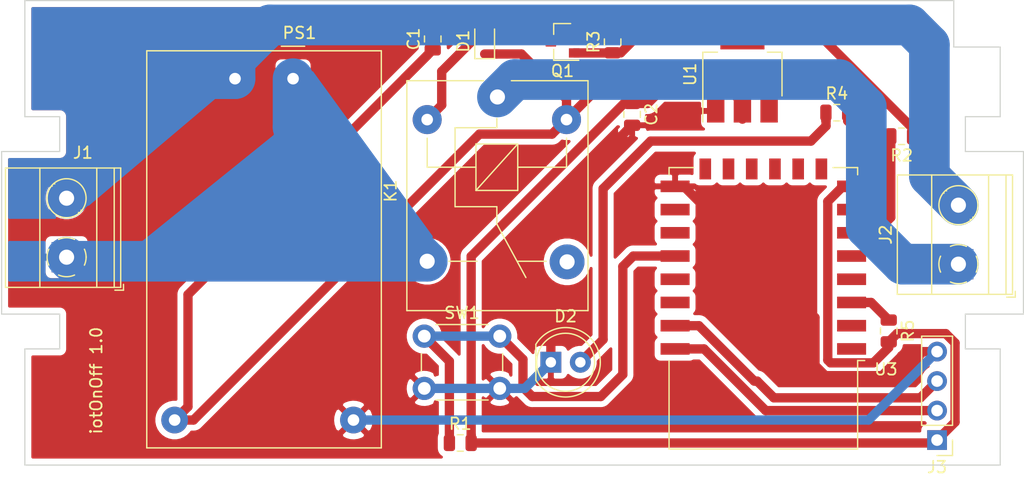
<source format=kicad_pcb>
(kicad_pcb (version 20171130) (host pcbnew 5.1.5+dfsg1-2build2)

  (general
    (thickness 1.6)
    (drawings 23)
    (tracks 136)
    (zones 0)
    (modules 18)
    (nets 30)
  )

  (page A4)
  (layers
    (0 F.Cu signal)
    (31 B.Cu signal)
    (32 B.Adhes user)
    (33 F.Adhes user)
    (34 B.Paste user)
    (35 F.Paste user)
    (36 B.SilkS user)
    (37 F.SilkS user)
    (38 B.Mask user)
    (39 F.Mask user)
    (40 Dwgs.User user)
    (41 Cmts.User user)
    (42 Eco1.User user)
    (43 Eco2.User user)
    (44 Edge.Cuts user)
    (45 Margin user)
    (46 B.CrtYd user)
    (47 F.CrtYd user)
    (48 B.Fab user)
    (49 F.Fab user)
  )

  (setup
    (last_trace_width 0.8)
    (trace_clearance 0.3)
    (zone_clearance 0.508)
    (zone_45_only no)
    (trace_min 0.2)
    (via_size 0.8)
    (via_drill 0.4)
    (via_min_size 0.4)
    (via_min_drill 0.3)
    (uvia_size 0.3)
    (uvia_drill 0.1)
    (uvias_allowed no)
    (uvia_min_size 0.2)
    (uvia_min_drill 0.1)
    (edge_width 0.1)
    (segment_width 0.2)
    (pcb_text_width 0.3)
    (pcb_text_size 1.5 1.5)
    (mod_edge_width 0.12)
    (mod_text_size 1 1)
    (mod_text_width 0.15)
    (pad_size 1.524 1.524)
    (pad_drill 0.762)
    (pad_to_mask_clearance 0.051)
    (solder_mask_min_width 0.25)
    (aux_axis_origin 0 0)
    (visible_elements FFFFFF7F)
    (pcbplotparams
      (layerselection 0x010fc_ffffffff)
      (usegerberextensions false)
      (usegerberattributes false)
      (usegerberadvancedattributes false)
      (creategerberjobfile false)
      (excludeedgelayer true)
      (linewidth 0.100000)
      (plotframeref false)
      (viasonmask false)
      (mode 1)
      (useauxorigin false)
      (hpglpennumber 1)
      (hpglpenspeed 20)
      (hpglpendiameter 15.000000)
      (psnegative false)
      (psa4output false)
      (plotreference true)
      (plotvalue true)
      (plotinvisibletext false)
      (padsonsilk false)
      (subtractmaskfromsilk false)
      (outputformat 1)
      (mirror false)
      (drillshape 0)
      (scaleselection 1)
      (outputdirectory "gerber/"))
  )

  (net 0 "")
  (net 1 GND)
  (net 2 "Net-(C1-Pad1)")
  (net 3 "Net-(C2-Pad1)")
  (net 4 "Net-(D1-Pad2)")
  (net 5 "Net-(D2-Pad2)")
  (net 6 "Net-(J1-Pad2)")
  (net 7 "Net-(J1-Pad1)")
  (net 8 "Net-(J2-Pad1)")
  (net 9 "Net-(J3-Pad3)")
  (net 10 "Net-(J3-Pad2)")
  (net 11 "Net-(Q1-Pad1)")
  (net 12 "Net-(R1-Pad1)")
  (net 13 "Net-(R2-Pad2)")
  (net 14 "Net-(R4-Pad2)")
  (net 15 "Net-(U3-Pad16)")
  (net 16 "Net-(U3-Pad14)")
  (net 17 "Net-(U3-Pad13)")
  (net 18 "Net-(U3-Pad12)")
  (net 19 "Net-(U3-Pad11)")
  (net 20 "Net-(U3-Pad10)")
  (net 21 "Net-(U3-Pad9)")
  (net 22 "Net-(U3-Pad5)")
  (net 23 "Net-(U3-Pad4)")
  (net 24 "Net-(U3-Pad2)")
  (net 25 "Net-(U3-Pad1)")
  (net 26 "Net-(U3-Pad17)")
  (net 27 "Net-(R5-Pad1)")
  (net 28 "Net-(U3-Pad20)")
  (net 29 "Net-(U3-Pad19)")

  (net_class Default "Esta es la clase de red por defecto."
    (clearance 0.3)
    (trace_width 0.8)
    (via_dia 0.8)
    (via_drill 0.4)
    (uvia_dia 0.3)
    (uvia_drill 0.1)
    (add_net GND)
    (add_net "Net-(C1-Pad1)")
    (add_net "Net-(C2-Pad1)")
    (add_net "Net-(D1-Pad2)")
    (add_net "Net-(D2-Pad2)")
    (add_net "Net-(J3-Pad2)")
    (add_net "Net-(J3-Pad3)")
    (add_net "Net-(Q1-Pad1)")
    (add_net "Net-(R1-Pad1)")
    (add_net "Net-(R2-Pad2)")
    (add_net "Net-(R4-Pad2)")
    (add_net "Net-(R5-Pad1)")
    (add_net "Net-(U3-Pad1)")
    (add_net "Net-(U3-Pad10)")
    (add_net "Net-(U3-Pad11)")
    (add_net "Net-(U3-Pad12)")
    (add_net "Net-(U3-Pad13)")
    (add_net "Net-(U3-Pad14)")
    (add_net "Net-(U3-Pad16)")
    (add_net "Net-(U3-Pad17)")
    (add_net "Net-(U3-Pad19)")
    (add_net "Net-(U3-Pad2)")
    (add_net "Net-(U3-Pad20)")
    (add_net "Net-(U3-Pad4)")
    (add_net "Net-(U3-Pad5)")
    (add_net "Net-(U3-Pad9)")
  )

  (net_class AC ""
    (clearance 0.3)
    (trace_width 3.5)
    (via_dia 3)
    (via_drill 0.4)
    (uvia_dia 0.3)
    (uvia_drill 0.1)
    (add_net "Net-(J1-Pad1)")
    (add_net "Net-(J1-Pad2)")
    (add_net "Net-(J2-Pad1)")
  )

  (module TerminalBlock_Phoenix:TerminalBlock_Phoenix_MKDS-1,5-2-5.08_1x02_P5.08mm_Horizontal (layer F.Cu) (tedit 602672E6) (tstamp 6026C740)
    (at 103.595 92.2 90)
    (descr "Terminal Block Phoenix MKDS-1,5-2-5.08, 2 pins, pitch 5.08mm, size 10.2x9.8mm^2, drill diamater 1.3mm, pad diameter 2.6mm, see http://www.farnell.com/datasheets/100425.pdf, script-generated using https://github.com/pointhi/kicad-footprint-generator/scripts/TerminalBlock_Phoenix")
    (tags "THT Terminal Block Phoenix MKDS-1,5-2-5.08 pitch 5.08mm size 10.2x9.8mm^2 drill 1.3mm pad 2.6mm")
    (path /6017451B)
    (fp_text reference J1 (at 9 1.405 180) (layer F.SilkS)
      (effects (font (size 1 1) (thickness 0.15)))
    )
    (fp_text value Conn_01x02 (at -3.8 0.005 180) (layer F.Fab)
      (effects (font (size 1 1) (thickness 0.15)))
    )
    (fp_arc (start 0 0) (end 0 1.68) (angle -24) (layer F.SilkS) (width 0.12))
    (fp_arc (start 0 0) (end 1.535 0.684) (angle -48) (layer F.SilkS) (width 0.12))
    (fp_arc (start 0 0) (end 0.684 -1.535) (angle -48) (layer F.SilkS) (width 0.12))
    (fp_arc (start 0 0) (end -1.535 -0.684) (angle -48) (layer F.SilkS) (width 0.12))
    (fp_arc (start 0 0) (end -0.684 1.535) (angle -25) (layer F.SilkS) (width 0.12))
    (fp_circle (center 0 0) (end 1.5 0) (layer F.Fab) (width 0.1))
    (fp_circle (center 5.08 0) (end 6.58 0) (layer F.Fab) (width 0.1))
    (fp_circle (center 5.08 0) (end 6.76 0) (layer F.SilkS) (width 0.12))
    (fp_line (start -2.54 -5.2) (end 7.62 -5.2) (layer F.Fab) (width 0.1))
    (fp_line (start 7.62 -5.2) (end 7.62 4.6) (layer F.Fab) (width 0.1))
    (fp_line (start 7.62 4.6) (end -2.04 4.6) (layer F.Fab) (width 0.1))
    (fp_line (start -2.04 4.6) (end -2.54 4.1) (layer F.Fab) (width 0.1))
    (fp_line (start -2.54 4.1) (end -2.54 -5.2) (layer F.Fab) (width 0.1))
    (fp_line (start -2.54 4.1) (end 7.62 4.1) (layer F.Fab) (width 0.1))
    (fp_line (start -2.6 4.1) (end 7.68 4.1) (layer F.SilkS) (width 0.12))
    (fp_line (start -2.54 2.6) (end 7.62 2.6) (layer F.Fab) (width 0.1))
    (fp_line (start -2.6 2.6) (end 7.68 2.6) (layer F.SilkS) (width 0.12))
    (fp_line (start -2.54 -2.3) (end 7.62 -2.3) (layer F.Fab) (width 0.1))
    (fp_line (start -2.6 -2.301) (end 7.68 -2.301) (layer F.SilkS) (width 0.12))
    (fp_line (start -2.6 -5.261) (end 7.68 -5.261) (layer F.SilkS) (width 0.12))
    (fp_line (start -2.6 4.66) (end 7.68 4.66) (layer F.SilkS) (width 0.12))
    (fp_line (start -2.6 -5.261) (end -2.6 4.66) (layer F.SilkS) (width 0.12))
    (fp_line (start 7.68 -5.261) (end 7.68 4.66) (layer F.SilkS) (width 0.12))
    (fp_line (start 1.138 -0.955) (end -0.955 1.138) (layer F.Fab) (width 0.1))
    (fp_line (start 0.955 -1.138) (end -1.138 0.955) (layer F.Fab) (width 0.1))
    (fp_line (start 6.218 -0.955) (end 4.126 1.138) (layer F.Fab) (width 0.1))
    (fp_line (start 6.035 -1.138) (end 3.943 0.955) (layer F.Fab) (width 0.1))
    (fp_line (start 6.355 -1.069) (end 6.308 -1.023) (layer F.SilkS) (width 0.12))
    (fp_line (start 4.046 1.239) (end 4.011 1.274) (layer F.SilkS) (width 0.12))
    (fp_line (start 6.15 -1.275) (end 6.115 -1.239) (layer F.SilkS) (width 0.12))
    (fp_line (start 3.853 1.023) (end 3.806 1.069) (layer F.SilkS) (width 0.12))
    (fp_line (start -2.84 4.16) (end -2.84 4.9) (layer F.SilkS) (width 0.12))
    (fp_line (start -2.84 4.9) (end -2.34 4.9) (layer F.SilkS) (width 0.12))
    (fp_line (start -3.04 -5.71) (end -3.04 5.1) (layer F.CrtYd) (width 0.05))
    (fp_line (start -3.04 5.1) (end 8.13 5.1) (layer F.CrtYd) (width 0.05))
    (fp_line (start 8.13 5.1) (end 8.13 -5.71) (layer F.CrtYd) (width 0.05))
    (fp_line (start 8.13 -5.71) (end -3.04 -5.71) (layer F.CrtYd) (width 0.05))
    (fp_text user %R (at 2.54 3.2 90) (layer F.Fab)
      (effects (font (size 1 1) (thickness 0.15)))
    )
    (pad 1 thru_hole rect (at 0 0 90) (size 2.6 2.6) (drill 1.3) (layers *.Cu *.Mask)
      (net 7 "Net-(J1-Pad1)"))
    (pad 2 thru_hole circle (at 5.08 0 90) (size 2.6 2.6) (drill 1.3) (layers *.Cu *.Mask)
      (net 6 "Net-(J1-Pad2)"))
    (model /home/t126401/trabajo/esp8266/idf/proyectos/iotOnOff/kicad/componentes/terminalPhoenix/pxc_1715721_03_MKDS-1-5-2-5-08_3D.stp
      (offset (xyz -3.5 -4 0))
      (scale (xyz 1 1 1))
      (rotate (xyz -90 0 90))
    )
  )

  (module Converter_ACDC:Converter_ACDC_HiLink_HLK-PMxx (layer F.Cu) (tedit 602559E6) (tstamp 6026C7C6)
    (at 123.1 76.825 270)
    (descr "ACDC-Converter, 3W, HiLink, HLK-PMxx, THT, http://www.hlktech.net/product_detail.php?ProId=54")
    (tags "ACDC-Converter 3W THT HiLink board mount module")
    (path /601598BA)
    (fp_text reference PS1 (at -3.94 -0.55) (layer F.SilkS)
      (effects (font (size 1 1) (thickness 0.15)))
    )
    (fp_text value HLK-PM01 (at 15.79 13.85 90) (layer F.Fab)
      (effects (font (size 1 1) (thickness 0.15)))
    )
    (fp_line (start -2.3 12.5) (end 31.7 12.5) (layer F.Fab) (width 0.1))
    (fp_line (start 31.7 12.5) (end 31.7 -7.5) (layer F.Fab) (width 0.1))
    (fp_line (start -2.3 12.5) (end -2.3 0.99) (layer F.Fab) (width 0.1))
    (fp_line (start -2.3 -7.5) (end 31.7 -7.5) (layer F.Fab) (width 0.1))
    (fp_text user %R (at 14.68 1.17 90) (layer F.Fab)
      (effects (font (size 1 1) (thickness 0.15)))
    )
    (fp_line (start -1.29 0) (end -2.29 1) (layer F.Fab) (width 0.1))
    (fp_line (start -2.29 -1) (end -1.29 0) (layer F.Fab) (width 0.1))
    (fp_line (start -2.3 -1) (end -2.3 -7.5) (layer F.Fab) (width 0.1))
    (fp_line (start -2.55 12.75) (end 31.95 12.75) (layer F.CrtYd) (width 0.05))
    (fp_line (start 31.95 12.75) (end 31.95 -7.75) (layer F.CrtYd) (width 0.05))
    (fp_line (start 31.95 -7.75) (end -2.55 -7.75) (layer F.CrtYd) (width 0.05))
    (fp_line (start -2.55 -7.75) (end -2.55 12.75) (layer F.CrtYd) (width 0.05))
    (fp_line (start -2.4 -7.6) (end -2.4 12.6) (layer F.SilkS) (width 0.12))
    (fp_line (start -2.4 12.6) (end 31.8 12.6) (layer F.SilkS) (width 0.12))
    (fp_line (start 31.8 12.6) (end 31.8 -7.6) (layer F.SilkS) (width 0.12))
    (fp_line (start 31.8 -7.6) (end -2.4 -7.6) (layer F.SilkS) (width 0.12))
    (fp_line (start -2.79 -1) (end -2.79 1.01) (layer F.SilkS) (width 0.12))
    (pad 3 thru_hole circle (at 29.4 -5.2 270) (size 2.3 2.3) (drill 1) (layers *.Cu *.Mask)
      (net 1 GND))
    (pad 1 thru_hole rect (at 0 0 270) (size 2.3 2) (drill 1) (layers *.Cu *.Mask)
      (net 7 "Net-(J1-Pad1)"))
    (pad 2 thru_hole circle (at 0 5 270) (size 2.3 2.3) (drill 1) (layers *.Cu *.Mask)
      (net 6 "Net-(J1-Pad2)"))
    (pad 4 thru_hole circle (at 29.4 10.2 270) (size 2.3 2.3) (drill 1) (layers *.Cu *.Mask)
      (net 2 "Net-(C1-Pad1)"))
    (model ${KISYS3DMOD}/Converter_ACDC.3dshapes/Converter_ACDC_HiLink_HLK-PMxx.wrl
      (at (xyz 0 0 0))
      (scale (xyz 1 1 1))
      (rotate (xyz 0 0 0))
    )
    (model /home/t126401/trabajo/esp8266/idf/proyectos/iotOnOff/kicad/componentes/hlk-pm01/hlk-pm01.step
      (offset (xyz -2.5 -12.5 0))
      (scale (xyz 1 1 1))
      (rotate (xyz 0 0 0))
    )
  )

  (module RF_Module:ESP-12E (layer F.Cu) (tedit 60267AB6) (tstamp 60290E9F)
    (at 163.6 96.6 180)
    (descr "Wi-Fi Module, http://wiki.ai-thinker.com/_media/esp8266/docs/aithinker_esp_12f_datasheet_en.pdf")
    (tags "Wi-Fi Module")
    (path /60269781)
    (attr smd)
    (fp_text reference U3 (at -10.56 -5.26) (layer F.SilkS)
      (effects (font (size 1 1) (thickness 0.15)))
    )
    (fp_text value ESP-12F (at -0.06 -12.78) (layer F.Fab)
      (effects (font (size 1 1) (thickness 0.15)))
    )
    (fp_line (start 5.56 -4.8) (end 8.12 -7.36) (layer Dwgs.User) (width 0.12))
    (fp_line (start 2.56 -4.8) (end 8.12 -10.36) (layer Dwgs.User) (width 0.12))
    (fp_line (start -0.44 -4.8) (end 6.88 -12.12) (layer Dwgs.User) (width 0.12))
    (fp_line (start -3.44 -4.8) (end 3.88 -12.12) (layer Dwgs.User) (width 0.12))
    (fp_line (start -6.44 -4.8) (end 0.88 -12.12) (layer Dwgs.User) (width 0.12))
    (fp_line (start -8.12 -6.12) (end -2.12 -12.12) (layer Dwgs.User) (width 0.12))
    (fp_line (start -8.12 -9.12) (end -5.12 -12.12) (layer Dwgs.User) (width 0.12))
    (fp_line (start -8.12 -4.8) (end -8.12 -12.12) (layer Dwgs.User) (width 0.12))
    (fp_line (start 8.12 -4.8) (end -8.12 -4.8) (layer Dwgs.User) (width 0.12))
    (fp_line (start 8.12 -12.12) (end 8.12 -4.8) (layer Dwgs.User) (width 0.12))
    (fp_line (start -8.12 -12.12) (end 8.12 -12.12) (layer Dwgs.User) (width 0.12))
    (fp_line (start -8.12 -4.5) (end -8.73 -4.5) (layer F.SilkS) (width 0.12))
    (fp_line (start -8.12 -4.5) (end -8.12 -12.12) (layer F.SilkS) (width 0.12))
    (fp_line (start -8.12 12.12) (end -8.12 11.5) (layer F.SilkS) (width 0.12))
    (fp_line (start -6 12.12) (end -8.12 12.12) (layer F.SilkS) (width 0.12))
    (fp_line (start 8.12 12.12) (end 6 12.12) (layer F.SilkS) (width 0.12))
    (fp_line (start 8.12 11.5) (end 8.12 12.12) (layer F.SilkS) (width 0.12))
    (fp_line (start 8.12 -12.12) (end 8.12 -4.5) (layer F.SilkS) (width 0.12))
    (fp_line (start -8.12 -12.12) (end 8.12 -12.12) (layer F.SilkS) (width 0.12))
    (fp_line (start -9.05 13.1) (end -9.05 -12.2) (layer F.CrtYd) (width 0.05))
    (fp_line (start 9.05 13.1) (end -9.05 13.1) (layer F.CrtYd) (width 0.05))
    (fp_line (start 9.05 -12.2) (end 9.05 13.1) (layer F.CrtYd) (width 0.05))
    (fp_line (start -9.05 -12.2) (end 9.05 -12.2) (layer F.CrtYd) (width 0.05))
    (fp_line (start -8 -4) (end -8 -12) (layer F.Fab) (width 0.12))
    (fp_line (start -7.5 -3.5) (end -8 -4) (layer F.Fab) (width 0.12))
    (fp_line (start -8 -3) (end -7.5 -3.5) (layer F.Fab) (width 0.12))
    (fp_line (start -8 12) (end -8 -3) (layer F.Fab) (width 0.12))
    (fp_line (start 8 12) (end -8 12) (layer F.Fab) (width 0.12))
    (fp_line (start 8 -12) (end 8 12) (layer F.Fab) (width 0.12))
    (fp_line (start -8 -12) (end 8 -12) (layer F.Fab) (width 0.12))
    (fp_text user %R (at 0.49 -0.8) (layer F.Fab)
      (effects (font (size 1 1) (thickness 0.15)))
    )
    (fp_text user "KEEP-OUT ZONE" (at 0.03 -9.55 180) (layer Cmts.User)
      (effects (font (size 1 1) (thickness 0.15)))
    )
    (fp_text user Antenna (at -0.06 -7 180) (layer Cmts.User)
      (effects (font (size 1 1) (thickness 0.15)))
    )
    (pad 22 smd rect (at 7.6 -3.5 180) (size 2.5 1) (layers F.Cu F.Paste F.Mask)
      (net 10 "Net-(J3-Pad2)"))
    (pad 21 smd rect (at 7.6 -1.5 180) (size 2.5 1) (layers F.Cu F.Paste F.Mask)
      (net 9 "Net-(J3-Pad3)"))
    (pad 20 smd rect (at 7.6 0.5 180) (size 2.5 1) (layers F.Cu F.Paste F.Mask)
      (net 28 "Net-(U3-Pad20)"))
    (pad 19 smd rect (at 7.6 2.5 180) (size 2.5 1) (layers F.Cu F.Paste F.Mask)
      (net 29 "Net-(U3-Pad19)"))
    (pad 18 smd rect (at 7.6 4.5 180) (size 2.5 1) (layers F.Cu F.Paste F.Mask)
      (net 12 "Net-(R1-Pad1)"))
    (pad 17 smd rect (at 7.6 6.5 180) (size 2.5 1) (layers F.Cu F.Paste F.Mask)
      (net 26 "Net-(U3-Pad17)"))
    (pad 16 smd rect (at 7.6 8.5 180) (size 2.5 1) (layers F.Cu F.Paste F.Mask)
      (net 15 "Net-(U3-Pad16)"))
    (pad 15 smd rect (at 7.6 10.5 180) (size 2.5 1) (layers F.Cu F.Paste F.Mask)
      (net 1 GND))
    (pad 14 smd rect (at 5 12 180) (size 1 1.8) (layers F.Cu F.Paste F.Mask)
      (net 16 "Net-(U3-Pad14)"))
    (pad 13 smd rect (at 3 12 180) (size 1 1.8) (layers F.Cu F.Paste F.Mask)
      (net 17 "Net-(U3-Pad13)"))
    (pad 12 smd rect (at 1 12 180) (size 1 1.8) (layers F.Cu F.Paste F.Mask)
      (net 18 "Net-(U3-Pad12)"))
    (pad 11 smd rect (at -1 12 180) (size 1 1.8) (layers F.Cu F.Paste F.Mask)
      (net 19 "Net-(U3-Pad11)"))
    (pad 10 smd rect (at -3 12 180) (size 1 1.8) (layers F.Cu F.Paste F.Mask)
      (net 20 "Net-(U3-Pad10)"))
    (pad 9 smd rect (at -5 12 180) (size 1 1.8) (layers F.Cu F.Paste F.Mask)
      (net 21 "Net-(U3-Pad9)"))
    (pad 8 smd rect (at -7.6 10.5 180) (size 2.5 1) (layers F.Cu F.Paste F.Mask)
      (net 3 "Net-(C2-Pad1)"))
    (pad 7 smd rect (at -7.6 8.5 180) (size 2.5 1) (layers F.Cu F.Paste F.Mask)
      (net 14 "Net-(R4-Pad2)"))
    (pad 6 smd rect (at -7.6 6.5 180) (size 2.5 1) (layers F.Cu F.Paste F.Mask)
      (net 13 "Net-(R2-Pad2)"))
    (pad 5 smd rect (at -7.6 4.5 180) (size 2.5 1) (layers F.Cu F.Paste F.Mask)
      (net 22 "Net-(U3-Pad5)"))
    (pad 4 smd rect (at -7.6 2.5 180) (size 2.5 1) (layers F.Cu F.Paste F.Mask)
      (net 23 "Net-(U3-Pad4)"))
    (pad 3 smd rect (at -7.6 0.5 180) (size 2.5 1) (layers F.Cu F.Paste F.Mask)
      (net 27 "Net-(R5-Pad1)"))
    (pad 2 smd rect (at -7.6 -1.5 180) (size 2.5 1) (layers F.Cu F.Paste F.Mask)
      (net 24 "Net-(U3-Pad2)"))
    (pad 1 smd rect (at -7.6 -3.5 180) (size 2.5 1) (layers F.Cu F.Paste F.Mask)
      (net 25 "Net-(U3-Pad1)"))
    (model /home/t126401/trabajo/esp8266/idf/proyectos/iotOnOff/kicad/componentes/esp12f/ESP8266-12E_ESP-12E.step
      (at (xyz 0 0 0))
      (scale (xyz 1 1 1))
      (rotate (xyz -90 0 0))
    )
  )

  (module LED_THT:LED_D5.0mm (layer F.Cu) (tedit 5995936A) (tstamp 60483EC1)
    (at 145.3 101.25)
    (descr "LED, diameter 5.0mm, 2 pins, http://cdn-reichelt.de/documents/datenblatt/A500/LL-504BC2E-009.pdf")
    (tags "LED diameter 5.0mm 2 pins")
    (path /60257D0E)
    (fp_text reference D2 (at 1.27 -3.96) (layer F.SilkS)
      (effects (font (size 1 1) (thickness 0.15)))
    )
    (fp_text value LED (at 1.27 3.96) (layer F.Fab)
      (effects (font (size 1 1) (thickness 0.15)))
    )
    (fp_text user %R (at 1.25 0) (layer F.Fab)
      (effects (font (size 0.8 0.8) (thickness 0.2)))
    )
    (fp_line (start 4.5 -3.25) (end -1.95 -3.25) (layer F.CrtYd) (width 0.05))
    (fp_line (start 4.5 3.25) (end 4.5 -3.25) (layer F.CrtYd) (width 0.05))
    (fp_line (start -1.95 3.25) (end 4.5 3.25) (layer F.CrtYd) (width 0.05))
    (fp_line (start -1.95 -3.25) (end -1.95 3.25) (layer F.CrtYd) (width 0.05))
    (fp_line (start -1.29 -1.545) (end -1.29 1.545) (layer F.SilkS) (width 0.12))
    (fp_line (start -1.23 -1.469694) (end -1.23 1.469694) (layer F.Fab) (width 0.1))
    (fp_circle (center 1.27 0) (end 3.77 0) (layer F.SilkS) (width 0.12))
    (fp_circle (center 1.27 0) (end 3.77 0) (layer F.Fab) (width 0.1))
    (fp_arc (start 1.27 0) (end -1.29 1.54483) (angle -148.9) (layer F.SilkS) (width 0.12))
    (fp_arc (start 1.27 0) (end -1.29 -1.54483) (angle 148.9) (layer F.SilkS) (width 0.12))
    (fp_arc (start 1.27 0) (end -1.23 -1.469694) (angle 299.1) (layer F.Fab) (width 0.1))
    (pad 2 thru_hole circle (at 2.54 0) (size 1.8 1.8) (drill 0.9) (layers *.Cu *.Mask)
      (net 5 "Net-(D2-Pad2)"))
    (pad 1 thru_hole rect (at 0 0) (size 1.8 1.8) (drill 0.9) (layers *.Cu *.Mask)
      (net 1 GND))
    (model ${KISYS3DMOD}/LED_THT.3dshapes/LED_D5.0mm.wrl
      (at (xyz 0 0 0))
      (scale (xyz 1 1 1))
      (rotate (xyz 0 0 0))
    )
  )

  (module Resistor_SMD:R_0805_2012Metric (layer F.Cu) (tedit 5B36C52B) (tstamp 6047D4E4)
    (at 174.4 98.552 270)
    (descr "Resistor SMD 0805 (2012 Metric), square (rectangular) end terminal, IPC_7351 nominal, (Body size source: https://docs.google.com/spreadsheets/d/1BsfQQcO9C6DZCsRaXUlFlo91Tg2WpOkGARC1WS5S8t0/edit?usp=sharing), generated with kicad-footprint-generator")
    (tags resistor)
    (path /60458A39)
    (attr smd)
    (fp_text reference R5 (at 0 -1.65 90) (layer F.SilkS)
      (effects (font (size 1 1) (thickness 0.15)))
    )
    (fp_text value 10K (at 0 1.65 90) (layer F.Fab)
      (effects (font (size 1 1) (thickness 0.15)))
    )
    (fp_text user %R (at 0 0 90) (layer F.Fab)
      (effects (font (size 0.5 0.5) (thickness 0.08)))
    )
    (fp_line (start 1.68 0.95) (end -1.68 0.95) (layer F.CrtYd) (width 0.05))
    (fp_line (start 1.68 -0.95) (end 1.68 0.95) (layer F.CrtYd) (width 0.05))
    (fp_line (start -1.68 -0.95) (end 1.68 -0.95) (layer F.CrtYd) (width 0.05))
    (fp_line (start -1.68 0.95) (end -1.68 -0.95) (layer F.CrtYd) (width 0.05))
    (fp_line (start -0.258578 0.71) (end 0.258578 0.71) (layer F.SilkS) (width 0.12))
    (fp_line (start -0.258578 -0.71) (end 0.258578 -0.71) (layer F.SilkS) (width 0.12))
    (fp_line (start 1 0.6) (end -1 0.6) (layer F.Fab) (width 0.1))
    (fp_line (start 1 -0.6) (end 1 0.6) (layer F.Fab) (width 0.1))
    (fp_line (start -1 -0.6) (end 1 -0.6) (layer F.Fab) (width 0.1))
    (fp_line (start -1 0.6) (end -1 -0.6) (layer F.Fab) (width 0.1))
    (pad 2 smd roundrect (at 0.9375 0 270) (size 0.975 1.4) (layers F.Cu F.Paste F.Mask) (roundrect_rratio 0.25)
      (net 3 "Net-(C2-Pad1)"))
    (pad 1 smd roundrect (at -0.9375 0 270) (size 0.975 1.4) (layers F.Cu F.Paste F.Mask) (roundrect_rratio 0.25)
      (net 27 "Net-(R5-Pad1)"))
    (model ${KISYS3DMOD}/Resistor_SMD.3dshapes/R_0805_2012Metric.wrl
      (at (xyz 0 0 0))
      (scale (xyz 1 1 1))
      (rotate (xyz 0 0 0))
    )
  )

  (module Package_TO_SOT_SMD:SOT-23 (layer F.Cu) (tedit 5A02FF57) (tstamp 60482B4B)
    (at 146.304 73.66 180)
    (descr "SOT-23, Standard")
    (tags SOT-23)
    (path /6015995F)
    (attr smd)
    (fp_text reference Q1 (at 0 -2.5) (layer F.SilkS)
      (effects (font (size 1 1) (thickness 0.15)))
    )
    (fp_text value 2N7002 (at -0.5 2.45) (layer F.Fab)
      (effects (font (size 1 1) (thickness 0.15)))
    )
    (fp_text user %R (at 0 0 90) (layer F.Fab)
      (effects (font (size 0.5 0.5) (thickness 0.075)))
    )
    (fp_line (start -0.7 -0.95) (end -0.7 1.5) (layer F.Fab) (width 0.1))
    (fp_line (start -0.15 -1.52) (end 0.7 -1.52) (layer F.Fab) (width 0.1))
    (fp_line (start -0.7 -0.95) (end -0.15 -1.52) (layer F.Fab) (width 0.1))
    (fp_line (start 0.7 -1.52) (end 0.7 1.52) (layer F.Fab) (width 0.1))
    (fp_line (start -0.7 1.52) (end 0.7 1.52) (layer F.Fab) (width 0.1))
    (fp_line (start 0.76 1.58) (end 0.76 0.65) (layer F.SilkS) (width 0.12))
    (fp_line (start 0.76 -1.58) (end 0.76 -0.65) (layer F.SilkS) (width 0.12))
    (fp_line (start -1.7 -1.75) (end 1.7 -1.75) (layer F.CrtYd) (width 0.05))
    (fp_line (start 1.7 -1.75) (end 1.7 1.75) (layer F.CrtYd) (width 0.05))
    (fp_line (start 1.7 1.75) (end -1.7 1.75) (layer F.CrtYd) (width 0.05))
    (fp_line (start -1.7 1.75) (end -1.7 -1.75) (layer F.CrtYd) (width 0.05))
    (fp_line (start 0.76 -1.58) (end -1.4 -1.58) (layer F.SilkS) (width 0.12))
    (fp_line (start 0.76 1.58) (end -0.7 1.58) (layer F.SilkS) (width 0.12))
    (pad 1 smd rect (at -1 -0.95 180) (size 0.9 0.8) (layers F.Cu F.Paste F.Mask)
      (net 11 "Net-(Q1-Pad1)"))
    (pad 2 smd rect (at -1 0.95 180) (size 0.9 0.8) (layers F.Cu F.Paste F.Mask)
      (net 1 GND))
    (pad 3 smd rect (at 1 0 180) (size 0.9 0.8) (layers F.Cu F.Paste F.Mask)
      (net 4 "Net-(D1-Pad2)"))
    (model ${KISYS3DMOD}/Package_TO_SOT_SMD.3dshapes/SOT-23.wrl
      (at (xyz 0 0 0))
      (scale (xyz 1 1 1))
      (rotate (xyz 0 0 0))
    )
  )

  (module TerminalBlock_Phoenix:TerminalBlock_Phoenix_MKDS-1,5-2-5.08_1x02_P5.08mm_Horizontal (layer F.Cu) (tedit 602672E6) (tstamp 6026C76C)
    (at 180.4 92.8 90)
    (descr "Terminal Block Phoenix MKDS-1,5-2-5.08, 2 pins, pitch 5.08mm, size 10.2x9.8mm^2, drill diamater 1.3mm, pad diameter 2.6mm, see http://www.farnell.com/datasheets/100425.pdf, script-generated using https://github.com/pointhi/kicad-footprint-generator/scripts/TerminalBlock_Phoenix")
    (tags "THT Terminal Block Phoenix MKDS-1,5-2-5.08 pitch 5.08mm size 10.2x9.8mm^2 drill 1.3mm pad 2.6mm")
    (path /601DB58A)
    (fp_text reference J2 (at 2.54 -6.26 90) (layer F.SilkS)
      (effects (font (size 1 1) (thickness 0.15)))
    )
    (fp_text value Conn_01x02 (at 2.9 -6.9 270) (layer F.Fab)
      (effects (font (size 1 1) (thickness 0.15)))
    )
    (fp_arc (start 0 0) (end 0 1.68) (angle -24) (layer F.SilkS) (width 0.12))
    (fp_arc (start 0 0) (end 1.535 0.684) (angle -48) (layer F.SilkS) (width 0.12))
    (fp_arc (start 0 0) (end 0.684 -1.535) (angle -48) (layer F.SilkS) (width 0.12))
    (fp_arc (start 0 0) (end -1.535 -0.684) (angle -48) (layer F.SilkS) (width 0.12))
    (fp_arc (start 0 0) (end -0.684 1.535) (angle -25) (layer F.SilkS) (width 0.12))
    (fp_circle (center 0 0) (end 1.5 0) (layer F.Fab) (width 0.1))
    (fp_circle (center 5.08 0) (end 6.58 0) (layer F.Fab) (width 0.1))
    (fp_circle (center 5.08 0) (end 6.76 0) (layer F.SilkS) (width 0.12))
    (fp_line (start -2.54 -5.2) (end 7.62 -5.2) (layer F.Fab) (width 0.1))
    (fp_line (start 7.62 -5.2) (end 7.62 4.6) (layer F.Fab) (width 0.1))
    (fp_line (start 7.62 4.6) (end -2.04 4.6) (layer F.Fab) (width 0.1))
    (fp_line (start -2.04 4.6) (end -2.54 4.1) (layer F.Fab) (width 0.1))
    (fp_line (start -2.54 4.1) (end -2.54 -5.2) (layer F.Fab) (width 0.1))
    (fp_line (start -2.54 4.1) (end 7.62 4.1) (layer F.Fab) (width 0.1))
    (fp_line (start -2.6 4.1) (end 7.68 4.1) (layer F.SilkS) (width 0.12))
    (fp_line (start -2.54 2.6) (end 7.62 2.6) (layer F.Fab) (width 0.1))
    (fp_line (start -2.6 2.6) (end 7.68 2.6) (layer F.SilkS) (width 0.12))
    (fp_line (start -2.54 -2.3) (end 7.62 -2.3) (layer F.Fab) (width 0.1))
    (fp_line (start -2.6 -2.301) (end 7.68 -2.301) (layer F.SilkS) (width 0.12))
    (fp_line (start -2.6 -5.261) (end 7.68 -5.261) (layer F.SilkS) (width 0.12))
    (fp_line (start -2.6 4.66) (end 7.68 4.66) (layer F.SilkS) (width 0.12))
    (fp_line (start -2.6 -5.261) (end -2.6 4.66) (layer F.SilkS) (width 0.12))
    (fp_line (start 7.68 -5.261) (end 7.68 4.66) (layer F.SilkS) (width 0.12))
    (fp_line (start 1.138 -0.955) (end -0.955 1.138) (layer F.Fab) (width 0.1))
    (fp_line (start 0.955 -1.138) (end -1.138 0.955) (layer F.Fab) (width 0.1))
    (fp_line (start 6.218 -0.955) (end 4.126 1.138) (layer F.Fab) (width 0.1))
    (fp_line (start 6.035 -1.138) (end 3.943 0.955) (layer F.Fab) (width 0.1))
    (fp_line (start 6.355 -1.069) (end 6.308 -1.023) (layer F.SilkS) (width 0.12))
    (fp_line (start 4.046 1.239) (end 4.011 1.274) (layer F.SilkS) (width 0.12))
    (fp_line (start 6.15 -1.275) (end 6.115 -1.239) (layer F.SilkS) (width 0.12))
    (fp_line (start 3.853 1.023) (end 3.806 1.069) (layer F.SilkS) (width 0.12))
    (fp_line (start -2.84 4.16) (end -2.84 4.9) (layer F.SilkS) (width 0.12))
    (fp_line (start -2.84 4.9) (end -2.34 4.9) (layer F.SilkS) (width 0.12))
    (fp_line (start -3.04 -5.71) (end -3.04 5.1) (layer F.CrtYd) (width 0.05))
    (fp_line (start -3.04 5.1) (end 8.13 5.1) (layer F.CrtYd) (width 0.05))
    (fp_line (start 8.13 5.1) (end 8.13 -5.71) (layer F.CrtYd) (width 0.05))
    (fp_line (start 8.13 -5.71) (end -3.04 -5.71) (layer F.CrtYd) (width 0.05))
    (fp_text user %R (at 2.8 2.6 90) (layer F.Fab)
      (effects (font (size 1 1) (thickness 0.15)))
    )
    (pad 1 thru_hole rect (at 0 0 90) (size 2.6 2.6) (drill 1.3) (layers *.Cu *.Mask)
      (net 8 "Net-(J2-Pad1)"))
    (pad 2 thru_hole circle (at 5.08 0 90) (size 2.6 2.6) (drill 1.3) (layers *.Cu *.Mask)
      (net 6 "Net-(J1-Pad2)"))
    (model /home/t126401/trabajo/esp8266/idf/proyectos/iotOnOff/kicad/componentes/terminalPhoenix/pxc_1715721_03_MKDS-1-5-2-5-08_3D.stp
      (offset (xyz -3.5 -4 0))
      (scale (xyz 1 1 1))
      (rotate (xyz -90 0 90))
    )
  )

  (module Package_TO_SOT_SMD:SOT-223 (layer F.Cu) (tedit 5A02FF57) (tstamp 6026C854)
    (at 161.798 76.454 90)
    (descr "module CMS SOT223 4 pins")
    (tags "CMS SOT")
    (path /6015DC62)
    (attr smd)
    (fp_text reference U1 (at 0 -4.5 90) (layer F.SilkS)
      (effects (font (size 1 1) (thickness 0.15)))
    )
    (fp_text value AMS1117-3.3 (at 0 4.5 90) (layer F.Fab)
      (effects (font (size 1 1) (thickness 0.15)))
    )
    (fp_line (start 1.85 -3.35) (end 1.85 3.35) (layer F.Fab) (width 0.1))
    (fp_line (start -1.85 3.35) (end 1.85 3.35) (layer F.Fab) (width 0.1))
    (fp_line (start -4.1 -3.41) (end 1.91 -3.41) (layer F.SilkS) (width 0.12))
    (fp_line (start -0.8 -3.35) (end 1.85 -3.35) (layer F.Fab) (width 0.1))
    (fp_line (start -1.85 3.41) (end 1.91 3.41) (layer F.SilkS) (width 0.12))
    (fp_line (start -1.85 -2.3) (end -1.85 3.35) (layer F.Fab) (width 0.1))
    (fp_line (start -4.4 -3.6) (end -4.4 3.6) (layer F.CrtYd) (width 0.05))
    (fp_line (start -4.4 3.6) (end 4.4 3.6) (layer F.CrtYd) (width 0.05))
    (fp_line (start 4.4 3.6) (end 4.4 -3.6) (layer F.CrtYd) (width 0.05))
    (fp_line (start 4.4 -3.6) (end -4.4 -3.6) (layer F.CrtYd) (width 0.05))
    (fp_line (start 1.91 -3.41) (end 1.91 -2.15) (layer F.SilkS) (width 0.12))
    (fp_line (start 1.91 3.41) (end 1.91 2.15) (layer F.SilkS) (width 0.12))
    (fp_line (start -1.85 -2.3) (end -0.8 -3.35) (layer F.Fab) (width 0.1))
    (fp_text user %R (at 0 0) (layer F.Fab)
      (effects (font (size 0.8 0.8) (thickness 0.12)))
    )
    (pad 1 smd rect (at -3.15 -2.3 90) (size 2 1.5) (layers F.Cu F.Paste F.Mask)
      (net 1 GND))
    (pad 3 smd rect (at -3.15 2.3 90) (size 2 1.5) (layers F.Cu F.Paste F.Mask)
      (net 2 "Net-(C1-Pad1)"))
    (pad 2 smd rect (at -3.15 0 90) (size 2 1.5) (layers F.Cu F.Paste F.Mask)
      (net 3 "Net-(C2-Pad1)"))
    (pad 4 smd rect (at 3.15 0 90) (size 2 3.8) (layers F.Cu F.Paste F.Mask))
    (model ${KISYS3DMOD}/Package_TO_SOT_SMD.3dshapes/SOT-223.wrl
      (at (xyz 0 0 0))
      (scale (xyz 1 1 1))
      (rotate (xyz 0 0 0))
    )
  )

  (module Button_Switch_THT:SW_PUSH_6mm_H4.3mm (layer F.Cu) (tedit 5A02FE31) (tstamp 6048F121)
    (at 134.4 99)
    (descr "tactile push button, 6x6mm e.g. PHAP33xx series, height=4.3mm")
    (tags "tact sw push 6mm")
    (path /60201810)
    (fp_text reference SW1 (at 3.25 -2) (layer F.SilkS)
      (effects (font (size 1 1) (thickness 0.15)))
    )
    (fp_text value SW_Push (at 3.75 6.7) (layer F.Fab)
      (effects (font (size 1 1) (thickness 0.15)))
    )
    (fp_text user %R (at 3.25 2.25) (layer F.Fab)
      (effects (font (size 1 1) (thickness 0.15)))
    )
    (fp_line (start 3.25 -0.75) (end 6.25 -0.75) (layer F.Fab) (width 0.1))
    (fp_line (start 6.25 -0.75) (end 6.25 5.25) (layer F.Fab) (width 0.1))
    (fp_line (start 6.25 5.25) (end 0.25 5.25) (layer F.Fab) (width 0.1))
    (fp_line (start 0.25 5.25) (end 0.25 -0.75) (layer F.Fab) (width 0.1))
    (fp_line (start 0.25 -0.75) (end 3.25 -0.75) (layer F.Fab) (width 0.1))
    (fp_line (start 7.75 6) (end 8 6) (layer F.CrtYd) (width 0.05))
    (fp_line (start 8 6) (end 8 5.75) (layer F.CrtYd) (width 0.05))
    (fp_line (start 7.75 -1.5) (end 8 -1.5) (layer F.CrtYd) (width 0.05))
    (fp_line (start 8 -1.5) (end 8 -1.25) (layer F.CrtYd) (width 0.05))
    (fp_line (start -1.5 -1.25) (end -1.5 -1.5) (layer F.CrtYd) (width 0.05))
    (fp_line (start -1.5 -1.5) (end -1.25 -1.5) (layer F.CrtYd) (width 0.05))
    (fp_line (start -1.5 5.75) (end -1.5 6) (layer F.CrtYd) (width 0.05))
    (fp_line (start -1.5 6) (end -1.25 6) (layer F.CrtYd) (width 0.05))
    (fp_line (start -1.25 -1.5) (end 7.75 -1.5) (layer F.CrtYd) (width 0.05))
    (fp_line (start -1.5 5.75) (end -1.5 -1.25) (layer F.CrtYd) (width 0.05))
    (fp_line (start 7.75 6) (end -1.25 6) (layer F.CrtYd) (width 0.05))
    (fp_line (start 8 -1.25) (end 8 5.75) (layer F.CrtYd) (width 0.05))
    (fp_line (start 1 5.5) (end 5.5 5.5) (layer F.SilkS) (width 0.12))
    (fp_line (start -0.25 1.5) (end -0.25 3) (layer F.SilkS) (width 0.12))
    (fp_line (start 5.5 -1) (end 1 -1) (layer F.SilkS) (width 0.12))
    (fp_line (start 6.75 3) (end 6.75 1.5) (layer F.SilkS) (width 0.12))
    (fp_circle (center 3.25 2.25) (end 1.25 2.5) (layer F.Fab) (width 0.1))
    (pad 2 thru_hole circle (at 0 4.5 90) (size 2 2) (drill 1.1) (layers *.Cu *.Mask)
      (net 1 GND))
    (pad 1 thru_hole circle (at 0 0 90) (size 2 2) (drill 1.1) (layers *.Cu *.Mask)
      (net 12 "Net-(R1-Pad1)"))
    (pad 2 thru_hole circle (at 6.5 4.5 90) (size 2 2) (drill 1.1) (layers *.Cu *.Mask)
      (net 1 GND))
    (pad 1 thru_hole circle (at 6.5 0 90) (size 2 2) (drill 1.1) (layers *.Cu *.Mask)
      (net 12 "Net-(R1-Pad1)"))
    (model ${KISYS3DMOD}/Button_Switch_THT.3dshapes/SW_PUSH_6mm_H4.3mm.wrl
      (at (xyz 0 0 0))
      (scale (xyz 1 1 1))
      (rotate (xyz 0 0 0))
    )
  )

  (module Resistor_SMD:R_0805_2012Metric (layer F.Cu) (tedit 5B36C52B) (tstamp 60485414)
    (at 169.926 79.756)
    (descr "Resistor SMD 0805 (2012 Metric), square (rectangular) end terminal, IPC_7351 nominal, (Body size source: https://docs.google.com/spreadsheets/d/1BsfQQcO9C6DZCsRaXUlFlo91Tg2WpOkGARC1WS5S8t0/edit?usp=sharing), generated with kicad-footprint-generator")
    (tags resistor)
    (path /60251D0C)
    (attr smd)
    (fp_text reference R4 (at 0 -1.65) (layer F.SilkS)
      (effects (font (size 1 1) (thickness 0.15)))
    )
    (fp_text value 1K (at 0 1.65) (layer F.Fab)
      (effects (font (size 1 1) (thickness 0.15)))
    )
    (fp_text user %R (at 0 0) (layer F.Fab)
      (effects (font (size 0.5 0.5) (thickness 0.08)))
    )
    (fp_line (start 1.68 0.95) (end -1.68 0.95) (layer F.CrtYd) (width 0.05))
    (fp_line (start 1.68 -0.95) (end 1.68 0.95) (layer F.CrtYd) (width 0.05))
    (fp_line (start -1.68 -0.95) (end 1.68 -0.95) (layer F.CrtYd) (width 0.05))
    (fp_line (start -1.68 0.95) (end -1.68 -0.95) (layer F.CrtYd) (width 0.05))
    (fp_line (start -0.258578 0.71) (end 0.258578 0.71) (layer F.SilkS) (width 0.12))
    (fp_line (start -0.258578 -0.71) (end 0.258578 -0.71) (layer F.SilkS) (width 0.12))
    (fp_line (start 1 0.6) (end -1 0.6) (layer F.Fab) (width 0.1))
    (fp_line (start 1 -0.6) (end 1 0.6) (layer F.Fab) (width 0.1))
    (fp_line (start -1 -0.6) (end 1 -0.6) (layer F.Fab) (width 0.1))
    (fp_line (start -1 0.6) (end -1 -0.6) (layer F.Fab) (width 0.1))
    (pad 2 smd roundrect (at 0.9375 0) (size 0.975 1.4) (layers F.Cu F.Paste F.Mask) (roundrect_rratio 0.25)
      (net 14 "Net-(R4-Pad2)"))
    (pad 1 smd roundrect (at -0.9375 0) (size 0.975 1.4) (layers F.Cu F.Paste F.Mask) (roundrect_rratio 0.25)
      (net 5 "Net-(D2-Pad2)"))
    (model ${KISYS3DMOD}/Resistor_SMD.3dshapes/R_0805_2012Metric.wrl
      (at (xyz 0 0 0))
      (scale (xyz 1 1 1))
      (rotate (xyz 0 0 0))
    )
  )

  (module Resistor_SMD:R_0805_2012Metric (layer F.Cu) (tedit 5B36C52B) (tstamp 60482CC5)
    (at 150.622 73.66 90)
    (descr "Resistor SMD 0805 (2012 Metric), square (rectangular) end terminal, IPC_7351 nominal, (Body size source: https://docs.google.com/spreadsheets/d/1BsfQQcO9C6DZCsRaXUlFlo91Tg2WpOkGARC1WS5S8t0/edit?usp=sharing), generated with kicad-footprint-generator")
    (tags resistor)
    (path /6015E9FA)
    (attr smd)
    (fp_text reference R3 (at 0 -1.65 90) (layer F.SilkS)
      (effects (font (size 1 1) (thickness 0.15)))
    )
    (fp_text value 10K (at 0 1.65 90) (layer F.Fab)
      (effects (font (size 1 1) (thickness 0.15)))
    )
    (fp_line (start -1 0.6) (end -1 -0.6) (layer F.Fab) (width 0.1))
    (fp_line (start -1 -0.6) (end 1 -0.6) (layer F.Fab) (width 0.1))
    (fp_line (start 1 -0.6) (end 1 0.6) (layer F.Fab) (width 0.1))
    (fp_line (start 1 0.6) (end -1 0.6) (layer F.Fab) (width 0.1))
    (fp_line (start -0.258578 -0.71) (end 0.258578 -0.71) (layer F.SilkS) (width 0.12))
    (fp_line (start -0.258578 0.71) (end 0.258578 0.71) (layer F.SilkS) (width 0.12))
    (fp_line (start -1.68 0.95) (end -1.68 -0.95) (layer F.CrtYd) (width 0.05))
    (fp_line (start -1.68 -0.95) (end 1.68 -0.95) (layer F.CrtYd) (width 0.05))
    (fp_line (start 1.68 -0.95) (end 1.68 0.95) (layer F.CrtYd) (width 0.05))
    (fp_line (start 1.68 0.95) (end -1.68 0.95) (layer F.CrtYd) (width 0.05))
    (fp_text user %R (at 0 0 90) (layer F.Fab)
      (effects (font (size 0.5 0.5) (thickness 0.08)))
    )
    (pad 1 smd roundrect (at -0.9375 0 90) (size 0.975 1.4) (layers F.Cu F.Paste F.Mask) (roundrect_rratio 0.25)
      (net 11 "Net-(Q1-Pad1)"))
    (pad 2 smd roundrect (at 0.9375 0 90) (size 0.975 1.4) (layers F.Cu F.Paste F.Mask) (roundrect_rratio 0.25)
      (net 1 GND))
    (model ${KISYS3DMOD}/Resistor_SMD.3dshapes/R_0805_2012Metric.wrl
      (at (xyz 0 0 0))
      (scale (xyz 1 1 1))
      (rotate (xyz 0 0 0))
    )
  )

  (module Resistor_SMD:R_0805_2012Metric (layer F.Cu) (tedit 5B36C52B) (tstamp 6026C7FD)
    (at 175.514 81.788 180)
    (descr "Resistor SMD 0805 (2012 Metric), square (rectangular) end terminal, IPC_7351 nominal, (Body size source: https://docs.google.com/spreadsheets/d/1BsfQQcO9C6DZCsRaXUlFlo91Tg2WpOkGARC1WS5S8t0/edit?usp=sharing), generated with kicad-footprint-generator")
    (tags resistor)
    (path /6015EF57)
    (attr smd)
    (fp_text reference R2 (at 0 -1.65) (layer F.SilkS)
      (effects (font (size 1 1) (thickness 0.15)))
    )
    (fp_text value 1K (at 0 1.65) (layer F.Fab)
      (effects (font (size 1 1) (thickness 0.15)))
    )
    (fp_line (start -1 0.6) (end -1 -0.6) (layer F.Fab) (width 0.1))
    (fp_line (start -1 -0.6) (end 1 -0.6) (layer F.Fab) (width 0.1))
    (fp_line (start 1 -0.6) (end 1 0.6) (layer F.Fab) (width 0.1))
    (fp_line (start 1 0.6) (end -1 0.6) (layer F.Fab) (width 0.1))
    (fp_line (start -0.258578 -0.71) (end 0.258578 -0.71) (layer F.SilkS) (width 0.12))
    (fp_line (start -0.258578 0.71) (end 0.258578 0.71) (layer F.SilkS) (width 0.12))
    (fp_line (start -1.68 0.95) (end -1.68 -0.95) (layer F.CrtYd) (width 0.05))
    (fp_line (start -1.68 -0.95) (end 1.68 -0.95) (layer F.CrtYd) (width 0.05))
    (fp_line (start 1.68 -0.95) (end 1.68 0.95) (layer F.CrtYd) (width 0.05))
    (fp_line (start 1.68 0.95) (end -1.68 0.95) (layer F.CrtYd) (width 0.05))
    (fp_text user %R (at 0 0) (layer F.Fab)
      (effects (font (size 0.5 0.5) (thickness 0.08)))
    )
    (pad 1 smd roundrect (at -0.9375 0 180) (size 0.975 1.4) (layers F.Cu F.Paste F.Mask) (roundrect_rratio 0.25)
      (net 11 "Net-(Q1-Pad1)"))
    (pad 2 smd roundrect (at 0.9375 0 180) (size 0.975 1.4) (layers F.Cu F.Paste F.Mask) (roundrect_rratio 0.25)
      (net 13 "Net-(R2-Pad2)"))
    (model ${KISYS3DMOD}/Resistor_SMD.3dshapes/R_0805_2012Metric.wrl
      (at (xyz 0 0 0))
      (scale (xyz 1 1 1))
      (rotate (xyz 0 0 0))
    )
  )

  (module Resistor_SMD:R_0805_2012Metric (layer F.Cu) (tedit 5B36C52B) (tstamp 6026C7EC)
    (at 137.5 108.2)
    (descr "Resistor SMD 0805 (2012 Metric), square (rectangular) end terminal, IPC_7351 nominal, (Body size source: https://docs.google.com/spreadsheets/d/1BsfQQcO9C6DZCsRaXUlFlo91Tg2WpOkGARC1WS5S8t0/edit?usp=sharing), generated with kicad-footprint-generator")
    (tags resistor)
    (path /601E7AE2)
    (attr smd)
    (fp_text reference R1 (at 0 -1.65) (layer F.SilkS)
      (effects (font (size 1 1) (thickness 0.15)))
    )
    (fp_text value 10K (at -0.5 1.7) (layer F.Fab)
      (effects (font (size 1 1) (thickness 0.15)))
    )
    (fp_text user %R (at 0 0) (layer F.Fab)
      (effects (font (size 0.5 0.5) (thickness 0.08)))
    )
    (fp_line (start 1.68 0.95) (end -1.68 0.95) (layer F.CrtYd) (width 0.05))
    (fp_line (start 1.68 -0.95) (end 1.68 0.95) (layer F.CrtYd) (width 0.05))
    (fp_line (start -1.68 -0.95) (end 1.68 -0.95) (layer F.CrtYd) (width 0.05))
    (fp_line (start -1.68 0.95) (end -1.68 -0.95) (layer F.CrtYd) (width 0.05))
    (fp_line (start -0.258578 0.71) (end 0.258578 0.71) (layer F.SilkS) (width 0.12))
    (fp_line (start -0.258578 -0.71) (end 0.258578 -0.71) (layer F.SilkS) (width 0.12))
    (fp_line (start 1 0.6) (end -1 0.6) (layer F.Fab) (width 0.1))
    (fp_line (start 1 -0.6) (end 1 0.6) (layer F.Fab) (width 0.1))
    (fp_line (start -1 -0.6) (end 1 -0.6) (layer F.Fab) (width 0.1))
    (fp_line (start -1 0.6) (end -1 -0.6) (layer F.Fab) (width 0.1))
    (pad 2 smd roundrect (at 0.9375 0) (size 0.975 1.4) (layers F.Cu F.Paste F.Mask) (roundrect_rratio 0.25)
      (net 3 "Net-(C2-Pad1)"))
    (pad 1 smd roundrect (at -0.9375 0) (size 0.975 1.4) (layers F.Cu F.Paste F.Mask) (roundrect_rratio 0.25)
      (net 12 "Net-(R1-Pad1)"))
    (model ${KISYS3DMOD}/Resistor_SMD.3dshapes/R_0805_2012Metric.wrl
      (at (xyz 0 0 0))
      (scale (xyz 1 1 1))
      (rotate (xyz 0 0 0))
    )
  )

  (module Relay_THT:Relay_SPDT_SANYOU_SRD_Series_Form_C (layer F.Cu) (tedit 60255BCE) (tstamp 60476460)
    (at 140.7 78.4 270)
    (descr "relay Sanyou SRD series Form C http://www.sanyourelay.ca/public/products/pdf/SRD.pdf")
    (tags "relay Sanyu SRD form C")
    (path /60189943)
    (fp_text reference K1 (at 8.1 9.2 90) (layer F.SilkS)
      (effects (font (size 1 1) (thickness 0.15)))
    )
    (fp_text value SANYOU_SRD_Form_A (at 8 -9.6 90) (layer F.Fab)
      (effects (font (size 1 1) (thickness 0.15)))
    )
    (fp_line (start 8.05 1.85) (end 4.05 1.85) (layer F.SilkS) (width 0.12))
    (fp_line (start 8.05 -1.75) (end 8.05 1.85) (layer F.SilkS) (width 0.12))
    (fp_line (start 4.05 -1.75) (end 8.05 -1.75) (layer F.SilkS) (width 0.12))
    (fp_line (start 4.05 1.85) (end 4.05 -1.75) (layer F.SilkS) (width 0.12))
    (fp_line (start 8.05 1.85) (end 4.05 -1.75) (layer F.SilkS) (width 0.12))
    (fp_line (start 6.05 1.85) (end 6.05 6.05) (layer F.SilkS) (width 0.12))
    (fp_line (start 6.05 -5.95) (end 6.05 -1.75) (layer F.SilkS) (width 0.12))
    (fp_line (start 2.65 0.05) (end 2.65 3.65) (layer F.SilkS) (width 0.12))
    (fp_line (start 9.45 0.05) (end 9.45 3.65) (layer F.SilkS) (width 0.12))
    (fp_line (start 9.45 3.65) (end 2.65 3.65) (layer F.SilkS) (width 0.12))
    (fp_line (start 10.95 0.05) (end 15.55 -2.45) (layer F.SilkS) (width 0.12))
    (fp_line (start 9.45 0.05) (end 10.95 0.05) (layer F.SilkS) (width 0.12))
    (fp_line (start 6.05 -5.95) (end 3.55 -5.95) (layer F.SilkS) (width 0.12))
    (fp_line (start 2.65 0.05) (end 1.85 0.05) (layer F.SilkS) (width 0.12))
    (fp_line (start 3.55 6.05) (end 6.05 6.05) (layer F.SilkS) (width 0.12))
    (fp_line (start 14.15 -4.2) (end 14.15 -1.7) (layer F.SilkS) (width 0.12))
    (fp_line (start 14.15 4.2) (end 14.15 1.75) (layer F.SilkS) (width 0.12))
    (fp_line (start -1.55 7.95) (end 18.55 7.95) (layer F.CrtYd) (width 0.05))
    (fp_line (start 18.55 -7.95) (end 18.55 7.95) (layer F.CrtYd) (width 0.05))
    (fp_line (start -1.55 7.95) (end -1.55 -7.95) (layer F.CrtYd) (width 0.05))
    (fp_line (start 18.55 -7.95) (end -1.55 -7.95) (layer F.CrtYd) (width 0.05))
    (fp_text user %R (at 7.1 0.025 90) (layer F.Fab)
      (effects (font (size 1 1) (thickness 0.15)))
    )
    (fp_line (start -1.3 7.7) (end -1.3 -7.7) (layer F.Fab) (width 0.12))
    (fp_line (start 18.3 7.7) (end -1.3 7.7) (layer F.Fab) (width 0.12))
    (fp_line (start 18.3 -7.7) (end 18.3 7.7) (layer F.Fab) (width 0.12))
    (fp_line (start -1.3 -7.7) (end 18.3 -7.7) (layer F.Fab) (width 0.12))
    (fp_text user 1 (at 0 -2.3 90) (layer F.Fab)
      (effects (font (size 1 1) (thickness 0.15)))
    )
    (fp_line (start 18.4 7.8) (end -1.4 7.8) (layer F.SilkS) (width 0.12))
    (fp_line (start 18.4 -7.8) (end 18.4 7.8) (layer F.SilkS) (width 0.12))
    (fp_line (start -1.4 -7.8) (end 18.4 -7.8) (layer F.SilkS) (width 0.12))
    (fp_line (start -1.4 -7.8) (end -1.4 -1.2) (layer F.SilkS) (width 0.12))
    (fp_line (start -1.4 1.2) (end -1.4 7.8) (layer F.SilkS) (width 0.12))
    (pad 1 thru_hole circle (at 0 0) (size 3 3) (drill 1.3) (layers *.Cu *.Mask)
      (net 8 "Net-(J2-Pad1)"))
    (pad 5 thru_hole circle (at 1.95 -5.95) (size 2.5 2.5) (drill 1) (layers *.Cu *.Mask)
      (net 2 "Net-(C1-Pad1)"))
    (pad 4 thru_hole circle (at 14.2 -6) (size 3 3) (drill 1.3) (layers *.Cu *.Mask))
    (pad 3 thru_hole circle (at 14.15 6.05) (size 3 3) (drill 1.3) (layers *.Cu *.Mask)
      (net 7 "Net-(J1-Pad1)"))
    (pad 2 thru_hole circle (at 1.95 6.05) (size 2.5 2.5) (drill 1) (layers *.Cu *.Mask)
      (net 4 "Net-(D1-Pad2)"))
    (model ${KISYS3DMOD}/Relay_THT.3dshapes/Relay_SPDT_SANYOU_SRD_Series_Form_C.wrl
      (at (xyz 0 0 0))
      (scale (xyz 1 1 1))
      (rotate (xyz 0 0 0))
    )
    (model /home/t126401/trabajo/esp8266/idf/proyectos/iotOnOff/kicad/componentes/srd05v/SRD-05VDC-SL-C--3DModel-STEP-184599.STEP
      (offset (xyz 17 7.5 0))
      (scale (xyz 1 1 1))
      (rotate (xyz 0 0 180))
    )
  )

  (module Connector_PinHeader_2.54mm:PinHeader_1x04_P2.54mm_Vertical (layer F.Cu) (tedit 59FED5CC) (tstamp 6026C784)
    (at 178.562 107.95 180)
    (descr "Through hole straight pin header, 1x04, 2.54mm pitch, single row")
    (tags "Through hole pin header THT 1x04 2.54mm single row")
    (path /602280F4)
    (fp_text reference J3 (at 0 -2.33) (layer F.SilkS)
      (effects (font (size 1 1) (thickness 0.15)))
    )
    (fp_text value Conn_01x04 (at -3.138 2.75 90) (layer F.Fab)
      (effects (font (size 1 1) (thickness 0.15)))
    )
    (fp_text user %R (at 0 3.81 90) (layer F.Fab)
      (effects (font (size 1 1) (thickness 0.15)))
    )
    (fp_line (start 1.8 -1.8) (end -1.8 -1.8) (layer F.CrtYd) (width 0.05))
    (fp_line (start 1.8 9.4) (end 1.8 -1.8) (layer F.CrtYd) (width 0.05))
    (fp_line (start -1.8 9.4) (end 1.8 9.4) (layer F.CrtYd) (width 0.05))
    (fp_line (start -1.8 -1.8) (end -1.8 9.4) (layer F.CrtYd) (width 0.05))
    (fp_line (start -1.33 -1.33) (end 0 -1.33) (layer F.SilkS) (width 0.12))
    (fp_line (start -1.33 0) (end -1.33 -1.33) (layer F.SilkS) (width 0.12))
    (fp_line (start -1.33 1.27) (end 1.33 1.27) (layer F.SilkS) (width 0.12))
    (fp_line (start 1.33 1.27) (end 1.33 8.95) (layer F.SilkS) (width 0.12))
    (fp_line (start -1.33 1.27) (end -1.33 8.95) (layer F.SilkS) (width 0.12))
    (fp_line (start -1.33 8.95) (end 1.33 8.95) (layer F.SilkS) (width 0.12))
    (fp_line (start -1.27 -0.635) (end -0.635 -1.27) (layer F.Fab) (width 0.1))
    (fp_line (start -1.27 8.89) (end -1.27 -0.635) (layer F.Fab) (width 0.1))
    (fp_line (start 1.27 8.89) (end -1.27 8.89) (layer F.Fab) (width 0.1))
    (fp_line (start 1.27 -1.27) (end 1.27 8.89) (layer F.Fab) (width 0.1))
    (fp_line (start -0.635 -1.27) (end 1.27 -1.27) (layer F.Fab) (width 0.1))
    (pad 4 thru_hole oval (at 0 7.62 180) (size 1.7 1.7) (drill 1) (layers *.Cu *.Mask)
      (net 1 GND))
    (pad 3 thru_hole oval (at 0 5.08 180) (size 1.7 1.7) (drill 1) (layers *.Cu *.Mask)
      (net 9 "Net-(J3-Pad3)"))
    (pad 2 thru_hole oval (at 0 2.54 180) (size 1.7 1.7) (drill 1) (layers *.Cu *.Mask)
      (net 10 "Net-(J3-Pad2)"))
    (pad 1 thru_hole rect (at 0 0 180) (size 1.7 1.7) (drill 1) (layers *.Cu *.Mask)
      (net 3 "Net-(C2-Pad1)"))
    (model ${KISYS3DMOD}/Connector_PinHeader_2.54mm.3dshapes/PinHeader_1x04_P2.54mm_Vertical.wrl
      (at (xyz 0 0 0))
      (scale (xyz 1 1 1))
      (rotate (xyz 0 0 0))
    )
  )

  (module Diode_SMD:D_SOD-323F (layer F.Cu) (tedit 590A48EB) (tstamp 6026C701)
    (at 139.6 73.6 90)
    (descr "SOD-323F http://www.nxp.com/documents/outline_drawing/SOD323F.pdf")
    (tags SOD-323F)
    (path /6018C49F)
    (attr smd)
    (fp_text reference D1 (at 0 -1.85 90) (layer F.SilkS)
      (effects (font (size 1 1) (thickness 0.15)))
    )
    (fp_text value 1N4148 (at 0.1 1.9 90) (layer F.Fab)
      (effects (font (size 1 1) (thickness 0.15)))
    )
    (fp_text user %R (at 0 -1.85 90) (layer F.Fab)
      (effects (font (size 1 1) (thickness 0.15)))
    )
    (fp_line (start -1.5 -0.85) (end -1.5 0.85) (layer F.SilkS) (width 0.12))
    (fp_line (start 0.2 0) (end 0.45 0) (layer F.Fab) (width 0.1))
    (fp_line (start 0.2 0.35) (end -0.3 0) (layer F.Fab) (width 0.1))
    (fp_line (start 0.2 -0.35) (end 0.2 0.35) (layer F.Fab) (width 0.1))
    (fp_line (start -0.3 0) (end 0.2 -0.35) (layer F.Fab) (width 0.1))
    (fp_line (start -0.3 0) (end -0.5 0) (layer F.Fab) (width 0.1))
    (fp_line (start -0.3 -0.35) (end -0.3 0.35) (layer F.Fab) (width 0.1))
    (fp_line (start -0.9 0.7) (end -0.9 -0.7) (layer F.Fab) (width 0.1))
    (fp_line (start 0.9 0.7) (end -0.9 0.7) (layer F.Fab) (width 0.1))
    (fp_line (start 0.9 -0.7) (end 0.9 0.7) (layer F.Fab) (width 0.1))
    (fp_line (start -0.9 -0.7) (end 0.9 -0.7) (layer F.Fab) (width 0.1))
    (fp_line (start -1.6 -0.95) (end 1.6 -0.95) (layer F.CrtYd) (width 0.05))
    (fp_line (start 1.6 -0.95) (end 1.6 0.95) (layer F.CrtYd) (width 0.05))
    (fp_line (start -1.6 0.95) (end 1.6 0.95) (layer F.CrtYd) (width 0.05))
    (fp_line (start -1.6 -0.95) (end -1.6 0.95) (layer F.CrtYd) (width 0.05))
    (fp_line (start -1.5 0.85) (end 1.05 0.85) (layer F.SilkS) (width 0.12))
    (fp_line (start -1.5 -0.85) (end 1.05 -0.85) (layer F.SilkS) (width 0.12))
    (pad 1 smd rect (at -1.1 0 90) (size 0.5 0.5) (layers F.Cu F.Paste F.Mask)
      (net 2 "Net-(C1-Pad1)"))
    (pad 2 smd rect (at 1.1 0 90) (size 0.5 0.5) (layers F.Cu F.Paste F.Mask)
      (net 4 "Net-(D1-Pad2)"))
    (model ${KISYS3DMOD}/Diode_SMD.3dshapes/D_SOD-323F.wrl
      (at (xyz 0 0 0))
      (scale (xyz 1 1 1))
      (rotate (xyz 0 0 0))
    )
  )

  (module Capacitor_SMD:C_0805_2012Metric (layer F.Cu) (tedit 5B36C52B) (tstamp 60483A2C)
    (at 152.3 79.9 270)
    (descr "Capacitor SMD 0805 (2012 Metric), square (rectangular) end terminal, IPC_7351 nominal, (Body size source: https://docs.google.com/spreadsheets/d/1BsfQQcO9C6DZCsRaXUlFlo91Tg2WpOkGARC1WS5S8t0/edit?usp=sharing), generated with kicad-footprint-generator")
    (tags capacitor)
    (path /601FC117)
    (attr smd)
    (fp_text reference C2 (at 0 -1.65 90) (layer F.SilkS)
      (effects (font (size 1 1) (thickness 0.15)))
    )
    (fp_text value 22uF (at 0 1.65 90) (layer F.Fab)
      (effects (font (size 1 1) (thickness 0.15)))
    )
    (fp_text user %R (at 0 0 90) (layer F.Fab)
      (effects (font (size 0.5 0.5) (thickness 0.08)))
    )
    (fp_line (start 1.68 0.95) (end -1.68 0.95) (layer F.CrtYd) (width 0.05))
    (fp_line (start 1.68 -0.95) (end 1.68 0.95) (layer F.CrtYd) (width 0.05))
    (fp_line (start -1.68 -0.95) (end 1.68 -0.95) (layer F.CrtYd) (width 0.05))
    (fp_line (start -1.68 0.95) (end -1.68 -0.95) (layer F.CrtYd) (width 0.05))
    (fp_line (start -0.258578 0.71) (end 0.258578 0.71) (layer F.SilkS) (width 0.12))
    (fp_line (start -0.258578 -0.71) (end 0.258578 -0.71) (layer F.SilkS) (width 0.12))
    (fp_line (start 1 0.6) (end -1 0.6) (layer F.Fab) (width 0.1))
    (fp_line (start 1 -0.6) (end 1 0.6) (layer F.Fab) (width 0.1))
    (fp_line (start -1 -0.6) (end 1 -0.6) (layer F.Fab) (width 0.1))
    (fp_line (start -1 0.6) (end -1 -0.6) (layer F.Fab) (width 0.1))
    (pad 2 smd roundrect (at 0.9375 0 270) (size 0.975 1.4) (layers F.Cu F.Paste F.Mask) (roundrect_rratio 0.25)
      (net 1 GND))
    (pad 1 smd roundrect (at -0.9375 0 270) (size 0.975 1.4) (layers F.Cu F.Paste F.Mask) (roundrect_rratio 0.25)
      (net 3 "Net-(C2-Pad1)"))
    (model ${KISYS3DMOD}/Capacitor_SMD.3dshapes/C_0805_2012Metric.wrl
      (at (xyz 0 0 0))
      (scale (xyz 1 1 1))
      (rotate (xyz 0 0 0))
    )
  )

  (module Capacitor_SMD:C_0805_2012Metric (layer F.Cu) (tedit 5B36C52B) (tstamp 6026C6D8)
    (at 135.128 73.406 90)
    (descr "Capacitor SMD 0805 (2012 Metric), square (rectangular) end terminal, IPC_7351 nominal, (Body size source: https://docs.google.com/spreadsheets/d/1BsfQQcO9C6DZCsRaXUlFlo91Tg2WpOkGARC1WS5S8t0/edit?usp=sharing), generated with kicad-footprint-generator")
    (tags capacitor)
    (path /601F810E)
    (attr smd)
    (fp_text reference C1 (at 0 -1.65 90) (layer F.SilkS)
      (effects (font (size 1 1) (thickness 0.15)))
    )
    (fp_text value 10uF (at 0 1.65 90) (layer F.Fab)
      (effects (font (size 1 1) (thickness 0.15)))
    )
    (fp_text user %R (at 0 0 90) (layer F.Fab)
      (effects (font (size 0.5 0.5) (thickness 0.08)))
    )
    (fp_line (start 1.68 0.95) (end -1.68 0.95) (layer F.CrtYd) (width 0.05))
    (fp_line (start 1.68 -0.95) (end 1.68 0.95) (layer F.CrtYd) (width 0.05))
    (fp_line (start -1.68 -0.95) (end 1.68 -0.95) (layer F.CrtYd) (width 0.05))
    (fp_line (start -1.68 0.95) (end -1.68 -0.95) (layer F.CrtYd) (width 0.05))
    (fp_line (start -0.258578 0.71) (end 0.258578 0.71) (layer F.SilkS) (width 0.12))
    (fp_line (start -0.258578 -0.71) (end 0.258578 -0.71) (layer F.SilkS) (width 0.12))
    (fp_line (start 1 0.6) (end -1 0.6) (layer F.Fab) (width 0.1))
    (fp_line (start 1 -0.6) (end 1 0.6) (layer F.Fab) (width 0.1))
    (fp_line (start -1 -0.6) (end 1 -0.6) (layer F.Fab) (width 0.1))
    (fp_line (start -1 0.6) (end -1 -0.6) (layer F.Fab) (width 0.1))
    (pad 2 smd roundrect (at 0.9375 0 90) (size 0.975 1.4) (layers F.Cu F.Paste F.Mask) (roundrect_rratio 0.25)
      (net 1 GND))
    (pad 1 smd roundrect (at -0.9375 0 90) (size 0.975 1.4) (layers F.Cu F.Paste F.Mask) (roundrect_rratio 0.25)
      (net 2 "Net-(C1-Pad1)"))
    (model ${KISYS3DMOD}/Capacitor_SMD.3dshapes/C_0805_2012Metric.wrl
      (at (xyz 0 0 0))
      (scale (xyz 1 1 1))
      (rotate (xyz 0 0 0))
    )
  )

  (gr_line (start 180 74.1) (end 184 74.1) (layer Edge.Cuts) (width 0.1))
  (gr_line (start 180 70.1) (end 180 74.1) (layer Edge.Cuts) (width 0.1))
  (gr_text "iotOnOff 1.0" (at 106.15 102.825 90) (layer F.SilkS) (tstamp 60482CB5)
    (effects (font (size 1 1) (thickness 0.15)))
  )
  (gr_line (start 100 110.1) (end 100 100.1) (layer Edge.Cuts) (width 0.1) (tstamp 6044B4B9))
  (gr_line (start 98 83.1) (end 103 83.1) (layer Edge.Cuts) (width 0.1) (tstamp 6044B4B8))
  (gr_line (start 103 83.1) (end 103 80.1) (layer Edge.Cuts) (width 0.1) (tstamp 6044B4B7))
  (gr_line (start 103 100.1) (end 103 97.1) (layer Edge.Cuts) (width 0.1) (tstamp 6044B4B6))
  (gr_line (start 98 97.1) (end 98 83.1) (layer Edge.Cuts) (width 0.1) (tstamp 6044B4B5))
  (gr_line (start 100 80.1) (end 100 70.1) (layer Edge.Cuts) (width 0.1) (tstamp 6044B4B4))
  (gr_line (start 100 100.1) (end 103 100.1) (layer Edge.Cuts) (width 0.1) (tstamp 6044B4B3))
  (gr_line (start 103 80.1) (end 100 80.1) (layer Edge.Cuts) (width 0.1) (tstamp 6044B4B2))
  (gr_line (start 103 97.1) (end 98 97.1) (layer Edge.Cuts) (width 0.1) (tstamp 6044B4B1))
  (gr_line (start 184 100.1) (end 184 110.1) (layer Edge.Cuts) (width 0.1) (tstamp 6044B4A6))
  (gr_line (start 181 100.1) (end 184 100.1) (layer Edge.Cuts) (width 0.1) (tstamp 6044B4AC))
  (gr_line (start 181 97.1) (end 181 100.1) (layer Edge.Cuts) (width 0.1) (tstamp 6044B49D))
  (gr_line (start 186 97.1) (end 181 97.1) (layer Edge.Cuts) (width 0.1) (tstamp 6044B49A))
  (gr_line (start 186 83.1) (end 186 97.1) (layer Edge.Cuts) (width 0.1) (tstamp 6044B4A3))
  (gr_line (start 181 83.1) (end 186 83.1) (layer Edge.Cuts) (width 0.1) (tstamp 6044B4AF))
  (gr_line (start 181 80.1) (end 181 83.1) (layer Edge.Cuts) (width 0.1) (tstamp 6044B4A0))
  (gr_line (start 184 80.1) (end 181 80.1) (layer Edge.Cuts) (width 0.1) (tstamp 6044B4A9))
  (gr_line (start 184 74.1) (end 184 80.1) (layer Edge.Cuts) (width 0.1) (tstamp 6044B497))
  (gr_line (start 184 110.1) (end 100 110.1) (layer Edge.Cuts) (width 0.1))
  (gr_line (start 100 70.1) (end 180 70.1) (layer Edge.Cuts) (width 0.1))

  (segment (start 172.667 106.225) (end 178.562 100.33) (width 0.8) (layer B.Cu) (net 1))
  (segment (start 150.6095 72.71) (end 150.622 72.7225) (width 0.8) (layer F.Cu) (net 1))
  (segment (start 147.304 72.71) (end 150.6095 72.71) (width 0.8) (layer F.Cu) (net 1))
  (segment (start 135.613527 71.982973) (end 135.128 72.4685) (width 0.8) (layer F.Cu) (net 1))
  (segment (start 136.19651 71.39999) (end 135.613527 71.982973) (width 0.8) (layer F.Cu) (net 1))
  (segment (start 145.94399 71.39999) (end 136.19651 71.39999) (width 0.8) (layer F.Cu) (net 1))
  (segment (start 147.254 72.71) (end 145.94399 71.39999) (width 0.8) (layer F.Cu) (net 1))
  (segment (start 147.304 72.71) (end 147.254 72.71) (width 0.8) (layer F.Cu) (net 1))
  (segment (start 128.3 106.225) (end 172.667 106.225) (width 0.8) (layer B.Cu) (net 1))
  (segment (start 177.359919 100.33) (end 178.562 100.33) (width 0.8) (layer F.Cu) (net 1))
  (segment (start 175.289908 102.400011) (end 177.359919 100.33) (width 0.8) (layer F.Cu) (net 1))
  (segment (start 168.93436 102.400011) (end 175.289908 102.400011) (width 0.8) (layer F.Cu) (net 1))
  (segment (start 168.04999 101.515641) (end 168.93436 102.400011) (width 0.8) (layer F.Cu) (net 1))
  (segment (start 168.04999 97.39999) (end 168.04999 101.515641) (width 0.8) (layer F.Cu) (net 1))
  (segment (start 156.75 86.1) (end 168.04999 97.39999) (width 0.8) (layer F.Cu) (net 1))
  (segment (start 156 86.1) (end 156.75 86.1) (width 0.8) (layer F.Cu) (net 1))
  (segment (start 134.4 103.5) (end 140.9 103.5) (width 0.8) (layer B.Cu) (net 1))
  (segment (start 143.05 103.5) (end 145.3 101.25) (width 0.8) (layer B.Cu) (net 1))
  (segment (start 140.9 103.5) (end 143.05 103.5) (width 0.8) (layer B.Cu) (net 1))
  (segment (start 145.3 99.55) (end 141.6 95.85) (width 0.8) (layer F.Cu) (net 1))
  (segment (start 145.3 101.25) (end 145.3 99.55) (width 0.8) (layer F.Cu) (net 1))
  (segment (start 141.6 91.5375) (end 151.814473 81.323027) (width 0.8) (layer F.Cu) (net 1))
  (segment (start 151.814473 81.323027) (end 152.3 80.8375) (width 0.8) (layer F.Cu) (net 1))
  (segment (start 141.6 95.85) (end 141.6 91.5375) (width 0.8) (layer F.Cu) (net 1))
  (segment (start 132.699999 76.771501) (end 134.642473 74.829027) (width 0.8) (layer F.Cu) (net 2))
  (segment (start 164.098 77.804) (end 164.098 79.604) (width 0.8) (layer F.Cu) (net 2))
  (segment (start 163.09799 76.80399) (end 164.098 77.804) (width 0.8) (layer F.Cu) (net 2))
  (segment (start 150.19601 76.80399) (end 163.09799 76.80399) (width 0.8) (layer F.Cu) (net 2))
  (segment (start 146.65 80.35) (end 150.19601 76.80399) (width 0.8) (layer F.Cu) (net 2))
  (segment (start 134.642473 74.829027) (end 135.128 74.3435) (width 0.8) (layer F.Cu) (net 2))
  (segment (start 114.049999 95.421501) (end 134.642473 74.829027) (width 0.8) (layer F.Cu) (net 2))
  (segment (start 114.049999 105.075001) (end 114.049999 95.421501) (width 0.8) (layer F.Cu) (net 2))
  (segment (start 112.9 106.225) (end 114.049999 105.075001) (width 0.8) (layer F.Cu) (net 2))
  (segment (start 139.151346 81.599999) (end 145.400001 81.599999) (width 0.8) (layer F.Cu) (net 2))
  (segment (start 145.400001 81.599999) (end 146.65 80.35) (width 0.8) (layer F.Cu) (net 2))
  (segment (start 114.526345 106.225) (end 139.151346 81.599999) (width 0.8) (layer F.Cu) (net 2))
  (segment (start 112.9 106.225) (end 114.526345 106.225) (width 0.8) (layer F.Cu) (net 2))
  (segment (start 140.65 74.7) (end 139.6 74.7) (width 0.8) (layer F.Cu) (net 2))
  (segment (start 142.767766 74.7) (end 140.65 74.7) (width 0.8) (layer F.Cu) (net 2))
  (segment (start 146.65 78.582234) (end 142.767766 74.7) (width 0.8) (layer F.Cu) (net 2))
  (segment (start 146.65 80.35) (end 146.65 78.582234) (width 0.8) (layer F.Cu) (net 2))
  (segment (start 170.45 86.1) (end 171.2 86.1) (width 0.8) (layer F.Cu) (net 3))
  (segment (start 169.15 87.4) (end 170.45 86.1) (width 0.8) (layer F.Cu) (net 3))
  (segment (start 169.15 101.060002) (end 169.15 87.4) (width 0.8) (layer F.Cu) (net 3))
  (segment (start 169.389999 101.300001) (end 169.15 101.060002) (width 0.8) (layer F.Cu) (net 3))
  (segment (start 173.076999 101.300001) (end 169.389999 101.300001) (width 0.8) (layer F.Cu) (net 3))
  (segment (start 174.4 99.977) (end 173.076999 101.300001) (width 0.8) (layer F.Cu) (net 3))
  (segment (start 174.4 99.4895) (end 174.4 99.977) (width 0.8) (layer F.Cu) (net 3))
  (segment (start 175.109501 98.779999) (end 174.885527 99.003973) (width 0.8) (layer F.Cu) (net 3))
  (segment (start 179.306001 98.779999) (end 175.109501 98.779999) (width 0.8) (layer F.Cu) (net 3))
  (segment (start 174.885527 99.003973) (end 174.4 99.4895) (width 0.8) (layer F.Cu) (net 3))
  (segment (start 178.562 107.95) (end 180.112001 106.399999) (width 0.8) (layer F.Cu) (net 3))
  (segment (start 180.112001 99.585999) (end 179.306001 98.779999) (width 0.8) (layer F.Cu) (net 3))
  (segment (start 180.112001 106.399999) (end 180.112001 99.585999) (width 0.8) (layer F.Cu) (net 3))
  (segment (start 161.798 79.604) (end 161.798 78.893998) (width 0.8) (layer F.Cu) (net 3))
  (segment (start 160.808001 77.903999) (end 154.696001 77.903999) (width 0.8) (layer F.Cu) (net 3))
  (segment (start 161.798 78.893998) (end 160.808001 77.903999) (width 0.8) (layer F.Cu) (net 3))
  (segment (start 153.6375 78.9625) (end 152.3 78.9625) (width 0.8) (layer F.Cu) (net 3))
  (segment (start 154.696001 77.903999) (end 153.6375 78.9625) (width 0.8) (layer F.Cu) (net 3))
  (segment (start 161.798 79.604) (end 161.798 80.314002) (width 0.8) (layer F.Cu) (net 3))
  (segment (start 178.312 108.2) (end 178.562 107.95) (width 0.8) (layer F.Cu) (net 3))
  (segment (start 138.4375 108.2) (end 178.312 108.2) (width 0.8) (layer F.Cu) (net 3))
  (segment (start 138.4375 107.5) (end 138.4375 108.2) (width 0.8) (layer F.Cu) (net 3))
  (segment (start 138.4375 92.125) (end 138.4375 107.5) (width 0.8) (layer F.Cu) (net 3))
  (segment (start 151.6 78.9625) (end 138.4375 92.125) (width 0.8) (layer F.Cu) (net 3))
  (segment (start 152.3 78.9625) (end 151.6 78.9625) (width 0.8) (layer F.Cu) (net 3))
  (segment (start 144.144 72.5) (end 145.304 73.66) (width 0.8) (layer F.Cu) (net 4))
  (segment (start 139.6 72.5) (end 144.144 72.5) (width 0.8) (layer F.Cu) (net 4))
  (segment (start 135.899999 76.200001) (end 139.6 72.5) (width 0.8) (layer F.Cu) (net 4))
  (segment (start 135.899999 79.100001) (end 135.899999 76.200001) (width 0.8) (layer F.Cu) (net 4))
  (segment (start 134.65 80.35) (end 135.899999 79.100001) (width 0.8) (layer F.Cu) (net 4))
  (segment (start 168.9885 80.456) (end 169 80.4675) (width 0.8) (layer F.Cu) (net 5))
  (segment (start 168.9885 79.756) (end 168.9885 80.456) (width 0.8) (layer F.Cu) (net 5))
  (segment (start 169 80.4675) (end 169 80.9) (width 0.8) (layer F.Cu) (net 5))
  (segment (start 169 80.9) (end 167.7 82.2) (width 0.8) (layer F.Cu) (net 5))
  (segment (start 167.7 82.2) (end 153.9 82.2) (width 0.8) (layer F.Cu) (net 5))
  (segment (start 153.9 82.2) (end 149.8 86.3) (width 0.8) (layer F.Cu) (net 5))
  (segment (start 149.8 99.29) (end 147.84 101.25) (width 0.8) (layer F.Cu) (net 5))
  (segment (start 149.8 86.3) (end 149.8 99.29) (width 0.8) (layer F.Cu) (net 5))
  (segment (start 113.89 76.825) (end 118.1 76.825) (width 3.5) (layer B.Cu) (net 6))
  (segment (start 103.595 87.12) (end 113.89 76.825) (width 3.5) (layer B.Cu) (net 6))
  (segment (start 118.1 75.198655) (end 118.1 76.825) (width 3.5) (layer B.Cu) (net 6))
  (segment (start 121.098645 72.20001) (end 118.1 75.198655) (width 3.5) (layer B.Cu) (net 6))
  (segment (start 176.20001 72.20001) (end 121.098645 72.20001) (width 3.5) (layer B.Cu) (net 6))
  (segment (start 177.89999 73.89999) (end 176.20001 72.20001) (width 3.5) (layer B.Cu) (net 6))
  (segment (start 177.89999 85.21999) (end 177.89999 73.89999) (width 3.5) (layer B.Cu) (net 6))
  (segment (start 180.4 87.72) (end 177.89999 85.21999) (width 3.5) (layer B.Cu) (net 6))
  (segment (start 123.1 81) (end 134.65 92.55) (width 3.5) (layer B.Cu) (net 7))
  (segment (start 123.1 76.825) (end 123.1 81) (width 3.5) (layer B.Cu) (net 7))
  (segment (start 103.945 92.55) (end 103.595 92.2) (width 3.5) (layer B.Cu) (net 7))
  (segment (start 134.65 92.55) (end 103.945 92.55) (width 3.5) (layer B.Cu) (net 7))
  (segment (start 175.6 92.8) (end 172.466 89.666) (width 3.5) (layer B.Cu) (net 8))
  (segment (start 180.4 92.8) (end 175.6 92.8) (width 3.5) (layer B.Cu) (net 8))
  (segment (start 172.466 89.666) (end 172.466 79.248) (width 3.5) (layer B.Cu) (net 8))
  (segment (start 142.199999 76.900001) (end 140.7 78.4) (width 3.5) (layer B.Cu) (net 8))
  (segment (start 170.118001 76.900001) (end 142.199999 76.900001) (width 3.5) (layer B.Cu) (net 8))
  (segment (start 172.466 79.248) (end 170.118001 76.900001) (width 3.5) (layer B.Cu) (net 8))
  (segment (start 158.05 98.1) (end 162.82 102.87) (width 0.8) (layer F.Cu) (net 9))
  (segment (start 156 98.1) (end 158.05 98.1) (width 0.8) (layer F.Cu) (net 9))
  (segment (start 163.068 102.87) (end 164.50799 104.30999) (width 0.8) (layer F.Cu) (net 9))
  (segment (start 162.82 102.87) (end 163.068 102.87) (width 0.8) (layer F.Cu) (net 9))
  (segment (start 177.12201 104.30999) (end 178.562 102.87) (width 0.8) (layer F.Cu) (net 9))
  (segment (start 164.50799 104.30999) (end 177.12201 104.30999) (width 0.8) (layer F.Cu) (net 9))
  (segment (start 177.359919 105.41) (end 178.562 105.41) (width 0.8) (layer F.Cu) (net 10))
  (segment (start 163.804353 105.41) (end 177.359919 105.41) (width 0.8) (layer F.Cu) (net 10))
  (segment (start 158.494353 100.1) (end 163.804353 105.41) (width 0.8) (layer F.Cu) (net 10))
  (segment (start 156 100.1) (end 158.494353 100.1) (width 0.8) (layer F.Cu) (net 10))
  (segment (start 150.6095 74.61) (end 150.622 74.5975) (width 0.8) (layer F.Cu) (net 11))
  (segment (start 147.304 74.61) (end 150.6095 74.61) (width 0.8) (layer F.Cu) (net 11))
  (segment (start 176.4515 81.088) (end 176.4515 81.788) (width 0.8) (layer F.Cu) (net 11))
  (segment (start 166.967499 71.603999) (end 176.4515 81.088) (width 0.8) (layer F.Cu) (net 11))
  (segment (start 154.315501 71.603999) (end 166.967499 71.603999) (width 0.8) (layer F.Cu) (net 11))
  (segment (start 151.322 74.5975) (end 154.315501 71.603999) (width 0.8) (layer F.Cu) (net 11))
  (segment (start 150.622 74.5975) (end 151.322 74.5975) (width 0.8) (layer F.Cu) (net 11))
  (segment (start 155.9625 92.1375) (end 156 92.1) (width 0.8) (layer F.Cu) (net 12))
  (segment (start 134.4 99) (end 140.9 99) (width 0.8) (layer B.Cu) (net 12))
  (segment (start 140.9 99) (end 142.9 101) (width 0.8) (layer F.Cu) (net 12))
  (segment (start 142.9 101) (end 142.9 103.4) (width 0.8) (layer F.Cu) (net 12))
  (segment (start 142.9 103.4) (end 143.7 104.2) (width 0.8) (layer F.Cu) (net 12))
  (segment (start 143.7 104.2) (end 149.6 104.2) (width 0.8) (layer F.Cu) (net 12))
  (segment (start 149.6 104.2) (end 151.5 102.3) (width 0.8) (layer F.Cu) (net 12))
  (segment (start 151.5 102.3) (end 151.5 93) (width 0.8) (layer F.Cu) (net 12))
  (segment (start 152.4 92.1) (end 156 92.1) (width 0.8) (layer F.Cu) (net 12))
  (segment (start 151.5 93) (end 152.4 92.1) (width 0.8) (layer F.Cu) (net 12))
  (segment (start 136.5625 101.1625) (end 134.4 99) (width 0.8) (layer F.Cu) (net 12))
  (segment (start 136.5625 108.2) (end 136.5625 101.1625) (width 0.8) (layer F.Cu) (net 12))
  (segment (start 173.25 90.1) (end 171.2 90.1) (width 0.8) (layer F.Cu) (net 13))
  (segment (start 174.5765 88.7735) (end 173.25 90.1) (width 0.8) (layer F.Cu) (net 13))
  (segment (start 174.5765 81.788) (end 174.5765 88.7735) (width 0.8) (layer F.Cu) (net 13))
  (segment (start 171.95 88.1) (end 171.2 88.1) (width 0.8) (layer F.Cu) (net 14))
  (segment (start 173.25 86.8) (end 171.95 88.1) (width 0.8) (layer F.Cu) (net 14))
  (segment (start 173.25 82.8425) (end 173.25 86.8) (width 0.8) (layer F.Cu) (net 14))
  (segment (start 170.8635 80.456) (end 173.25 82.8425) (width 0.8) (layer F.Cu) (net 14))
  (segment (start 170.8635 79.756) (end 170.8635 80.456) (width 0.8) (layer F.Cu) (net 14))
  (segment (start 172.8855 96.1) (end 171.2 96.1) (width 0.8) (layer F.Cu) (net 27))
  (segment (start 174.4 97.6145) (end 172.8855 96.1) (width 0.8) (layer F.Cu) (net 27))

  (zone (net 1) (net_name GND) (layer F.Cu) (tstamp 0) (hatch edge 0.508)
    (connect_pads (clearance 0.508))
    (min_thickness 0.254)
    (fill yes (arc_segments 32) (thermal_gap 0.508) (thermal_bridge_width 0.508))
    (polygon
      (pts
        (xy 180 74.1) (xy 184 74.1) (xy 184 80.1) (xy 181 80.1) (xy 181 83.1)
        (xy 186 83.1) (xy 186 97.1) (xy 181 97.1) (xy 181 100.1) (xy 184 100.1)
        (xy 184 110.1) (xy 100 110.1) (xy 100 100.1) (xy 103 100.1) (xy 103 97.1)
        (xy 98 97.1) (xy 98 83.1) (xy 103 83.1) (xy 103 80.1) (xy 100 80.1)
        (xy 100 70.1) (xy 180 70.1)
      )
    )
    (filled_polygon
      (pts
        (xy 153.619593 70.836196) (xy 153.580105 70.868603) (xy 153.547698 70.908091) (xy 151.860292 72.595498) (xy 151.798252 72.595498)
        (xy 151.957 72.43675) (xy 151.960072 72.235) (xy 151.947812 72.110518) (xy 151.911502 71.99082) (xy 151.852537 71.880506)
        (xy 151.773185 71.783815) (xy 151.676494 71.704463) (xy 151.56618 71.645498) (xy 151.446482 71.609188) (xy 151.322 71.596928)
        (xy 150.90775 71.6) (xy 150.749 71.75875) (xy 150.749 72.5955) (xy 150.769 72.5955) (xy 150.769 72.8495)
        (xy 150.749 72.8495) (xy 150.749 72.8695) (xy 150.495 72.8695) (xy 150.495 72.8495) (xy 149.44575 72.8495)
        (xy 149.287 73.00825) (xy 149.283928 73.21) (xy 149.296188 73.334482) (xy 149.332498 73.45418) (xy 149.391463 73.564494)
        (xy 149.400085 73.575) (xy 148.188351 73.575) (xy 148.205185 73.561185) (xy 148.284537 73.464494) (xy 148.343502 73.35418)
        (xy 148.379812 73.234482) (xy 148.392072 73.11) (xy 148.389 72.99575) (xy 148.23025 72.837) (xy 147.431 72.837)
        (xy 147.431 72.857) (xy 147.177 72.857) (xy 147.177 72.837) (xy 146.37775 72.837) (xy 146.293143 72.921607)
        (xy 146.284537 72.905506) (xy 146.205185 72.808815) (xy 146.108494 72.729463) (xy 145.99818 72.670498) (xy 145.878482 72.634188)
        (xy 145.754 72.621928) (xy 145.729639 72.621928) (xy 145.417711 72.31) (xy 146.215928 72.31) (xy 146.219 72.42425)
        (xy 146.37775 72.583) (xy 147.177 72.583) (xy 147.177 71.83375) (xy 147.431 71.83375) (xy 147.431 72.583)
        (xy 148.23025 72.583) (xy 148.389 72.42425) (xy 148.392072 72.31) (xy 148.384686 72.235) (xy 149.283928 72.235)
        (xy 149.287 72.43675) (xy 149.44575 72.5955) (xy 150.495 72.5955) (xy 150.495 71.75875) (xy 150.33625 71.6)
        (xy 149.922 71.596928) (xy 149.797518 71.609188) (xy 149.67782 71.645498) (xy 149.567506 71.704463) (xy 149.470815 71.783815)
        (xy 149.391463 71.880506) (xy 149.332498 71.99082) (xy 149.296188 72.110518) (xy 149.283928 72.235) (xy 148.384686 72.235)
        (xy 148.379812 72.185518) (xy 148.343502 72.06582) (xy 148.284537 71.955506) (xy 148.205185 71.858815) (xy 148.108494 71.779463)
        (xy 147.99818 71.720498) (xy 147.878482 71.684188) (xy 147.754 71.671928) (xy 147.58975 71.675) (xy 147.431 71.83375)
        (xy 147.177 71.83375) (xy 147.01825 71.675) (xy 146.854 71.671928) (xy 146.729518 71.684188) (xy 146.60982 71.720498)
        (xy 146.499506 71.779463) (xy 146.402815 71.858815) (xy 146.323463 71.955506) (xy 146.264498 72.06582) (xy 146.228188 72.185518)
        (xy 146.215928 72.31) (xy 145.417711 72.31) (xy 144.911807 71.804097) (xy 144.879396 71.764604) (xy 144.721797 71.635266)
        (xy 144.541993 71.539159) (xy 144.346895 71.479976) (xy 144.194838 71.465) (xy 144.194828 71.465) (xy 144.144 71.459994)
        (xy 144.093172 71.465) (xy 139.650835 71.465) (xy 139.6 71.459993) (xy 139.549165 71.465) (xy 139.549162 71.465)
        (xy 139.397105 71.479976) (xy 139.247415 71.525385) (xy 139.202006 71.539159) (xy 139.022202 71.635266) (xy 138.918347 71.720498)
        (xy 138.864604 71.764604) (xy 138.832197 71.804092) (xy 136.466072 74.170218) (xy 136.466072 74.09975) (xy 136.449128 73.927715)
        (xy 136.398947 73.762291) (xy 136.317458 73.609836) (xy 136.207792 73.476208) (xy 136.201436 73.470992) (xy 136.279185 73.407185)
        (xy 136.358537 73.310494) (xy 136.417502 73.20018) (xy 136.453812 73.080482) (xy 136.466072 72.956) (xy 136.463 72.75425)
        (xy 136.30425 72.5955) (xy 135.255 72.5955) (xy 135.255 72.6155) (xy 135.001 72.6155) (xy 135.001 72.5955)
        (xy 133.95175 72.5955) (xy 133.793 72.75425) (xy 133.789928 72.956) (xy 133.802188 73.080482) (xy 133.838498 73.20018)
        (xy 133.897463 73.310494) (xy 133.976815 73.407185) (xy 134.054564 73.470992) (xy 134.048208 73.476208) (xy 133.938542 73.609836)
        (xy 133.857053 73.762291) (xy 133.806872 73.927715) (xy 133.789928 74.09975) (xy 133.789928 74.217861) (xy 113.354092 94.653698)
        (xy 113.314604 94.686105) (xy 113.282197 94.725593) (xy 113.282196 94.725594) (xy 113.185265 94.843704) (xy 113.089159 95.023508)
        (xy 113.029976 95.218606) (xy 113.009993 95.421501) (xy 113.015 95.472339) (xy 113.014999 104.44) (xy 112.724193 104.44)
        (xy 112.379335 104.508596) (xy 112.054485 104.643153) (xy 111.762129 104.8385) (xy 111.5135 105.087129) (xy 111.318153 105.379485)
        (xy 111.183596 105.704335) (xy 111.115 106.049193) (xy 111.115 106.400807) (xy 111.183596 106.745665) (xy 111.318153 107.070515)
        (xy 111.5135 107.362871) (xy 111.762129 107.6115) (xy 112.054485 107.806847) (xy 112.379335 107.941404) (xy 112.724193 108.01)
        (xy 113.075807 108.01) (xy 113.420665 107.941404) (xy 113.745515 107.806847) (xy 114.037871 107.6115) (xy 114.182022 107.467349)
        (xy 127.237256 107.467349) (xy 127.351118 107.74709) (xy 127.666296 107.902961) (xy 128.005826 107.994349) (xy 128.356661 108.017741)
        (xy 128.705319 107.97224) (xy 129.0384 107.859594) (xy 129.248882 107.74709) (xy 129.362744 107.467349) (xy 128.3 106.404605)
        (xy 127.237256 107.467349) (xy 114.182022 107.467349) (xy 114.2865 107.362871) (xy 114.355237 107.26) (xy 114.475517 107.26)
        (xy 114.526345 107.265006) (xy 114.577173 107.26) (xy 114.577183 107.26) (xy 114.72924 107.245024) (xy 114.924338 107.185841)
        (xy 115.104142 107.089734) (xy 115.261741 106.960396) (xy 115.294152 106.920903) (xy 115.933394 106.281661) (xy 126.507259 106.281661)
        (xy 126.55276 106.630319) (xy 126.665406 106.9634) (xy 126.77791 107.173882) (xy 127.057651 107.287744) (xy 128.120395 106.225)
        (xy 128.479605 106.225) (xy 129.542349 107.287744) (xy 129.82209 107.173882) (xy 129.977961 106.858704) (xy 130.069349 106.519174)
        (xy 130.092741 106.168339) (xy 130.04724 105.819681) (xy 129.934594 105.4866) (xy 129.82209 105.276118) (xy 129.542349 105.162256)
        (xy 128.479605 106.225) (xy 128.120395 106.225) (xy 127.057651 105.162256) (xy 126.77791 105.276118) (xy 126.622039 105.591296)
        (xy 126.530651 105.930826) (xy 126.507259 106.281661) (xy 115.933394 106.281661) (xy 117.232404 104.982651) (xy 127.237256 104.982651)
        (xy 128.3 106.045395) (xy 129.362744 104.982651) (xy 129.248882 104.70291) (xy 128.933704 104.547039) (xy 128.594174 104.455651)
        (xy 128.243339 104.432259) (xy 127.894681 104.47776) (xy 127.5616 104.590406) (xy 127.351118 104.70291) (xy 127.237256 104.982651)
        (xy 117.232404 104.982651) (xy 118.65246 103.562595) (xy 132.758282 103.562595) (xy 132.802039 103.881675) (xy 132.907205 104.186088)
        (xy 133.000186 104.360044) (xy 133.264587 104.455808) (xy 134.220395 103.5) (xy 133.264587 102.544192) (xy 133.000186 102.639956)
        (xy 132.859296 102.929571) (xy 132.777616 103.241108) (xy 132.758282 103.562595) (xy 118.65246 103.562595) (xy 129.875334 92.339721)
        (xy 132.515 92.339721) (xy 132.515 92.760279) (xy 132.597047 93.172756) (xy 132.757988 93.561302) (xy 132.991637 93.910983)
        (xy 133.289017 94.208363) (xy 133.638698 94.442012) (xy 134.027244 94.602953) (xy 134.439721 94.685) (xy 134.860279 94.685)
        (xy 135.272756 94.602953) (xy 135.661302 94.442012) (xy 136.010983 94.208363) (xy 136.308363 93.910983) (xy 136.542012 93.561302)
        (xy 136.702953 93.172756) (xy 136.785 92.760279) (xy 136.785 92.339721) (xy 136.702953 91.927244) (xy 136.542012 91.538698)
        (xy 136.308363 91.189017) (xy 136.010983 90.891637) (xy 135.661302 90.657988) (xy 135.272756 90.497047) (xy 134.860279 90.415)
        (xy 134.439721 90.415) (xy 134.027244 90.497047) (xy 133.638698 90.657988) (xy 133.289017 90.891637) (xy 132.991637 91.189017)
        (xy 132.757988 91.538698) (xy 132.597047 91.927244) (xy 132.515 92.339721) (xy 129.875334 92.339721) (xy 139.580057 82.634999)
        (xy 145.349173 82.634999) (xy 145.400001 82.640005) (xy 145.450829 82.634999) (xy 145.450839 82.634999) (xy 145.602896 82.620023)
        (xy 145.797994 82.56084) (xy 145.977798 82.464733) (xy 146.135397 82.335395) (xy 146.167808 82.295902) (xy 146.267804 82.195906)
        (xy 146.464344 82.235) (xy 146.835656 82.235) (xy 146.870775 82.228014) (xy 137.741597 91.357193) (xy 137.702104 91.389604)
        (xy 137.572766 91.547203) (xy 137.476659 91.727008) (xy 137.417476 91.922106) (xy 137.4025 92.074163) (xy 137.4025 92.074172)
        (xy 137.397494 92.125) (xy 137.4025 92.175828) (xy 137.402501 100.554564) (xy 137.330303 100.466592) (xy 137.297896 100.427104)
        (xy 137.258408 100.394697) (xy 136.033298 99.169588) (xy 136.035 99.161033) (xy 136.035 98.838967) (xy 135.972168 98.523088)
        (xy 135.848918 98.225537) (xy 135.669987 97.957748) (xy 135.442252 97.730013) (xy 135.174463 97.551082) (xy 134.876912 97.427832)
        (xy 134.561033 97.365) (xy 134.238967 97.365) (xy 133.923088 97.427832) (xy 133.625537 97.551082) (xy 133.357748 97.730013)
        (xy 133.130013 97.957748) (xy 132.951082 98.225537) (xy 132.827832 98.523088) (xy 132.765 98.838967) (xy 132.765 99.161033)
        (xy 132.827832 99.476912) (xy 132.951082 99.774463) (xy 133.130013 100.042252) (xy 133.357748 100.269987) (xy 133.625537 100.448918)
        (xy 133.923088 100.572168) (xy 134.238967 100.635) (xy 134.561033 100.635) (xy 134.569588 100.633298) (xy 135.527501 101.591212)
        (xy 135.527501 102.304943) (xy 135.471475 102.248917) (xy 135.355807 102.364585) (xy 135.260044 102.100186) (xy 134.970429 101.959296)
        (xy 134.658892 101.877616) (xy 134.337405 101.858282) (xy 134.018325 101.902039) (xy 133.713912 102.007205) (xy 133.539956 102.100186)
        (xy 133.444192 102.364587) (xy 134.4 103.320395) (xy 134.414143 103.306253) (xy 134.593748 103.485858) (xy 134.579605 103.5)
        (xy 134.593748 103.514143) (xy 134.414143 103.693748) (xy 134.4 103.679605) (xy 133.444192 104.635413) (xy 133.539956 104.899814)
        (xy 133.829571 105.040704) (xy 134.141108 105.122384) (xy 134.462595 105.141718) (xy 134.781675 105.097961) (xy 135.086088 104.992795)
        (xy 135.260044 104.899814) (xy 135.355807 104.635415) (xy 135.471475 104.751083) (xy 135.527501 104.695057) (xy 135.5275 107.362425)
        (xy 135.504053 107.406291) (xy 135.453872 107.571715) (xy 135.436928 107.74375) (xy 135.436928 108.65625) (xy 135.453872 108.828285)
        (xy 135.504053 108.993709) (xy 135.585542 109.146164) (xy 135.695208 109.279792) (xy 135.828836 109.389458) (xy 135.876622 109.415)
        (xy 100.685 109.415) (xy 100.685 100.785) (xy 102.966353 100.785) (xy 103 100.788314) (xy 103.033647 100.785)
        (xy 103.134283 100.775088) (xy 103.263406 100.735919) (xy 103.382407 100.672312) (xy 103.486711 100.586711) (xy 103.572312 100.482407)
        (xy 103.635919 100.363406) (xy 103.675088 100.234283) (xy 103.688314 100.1) (xy 103.685 100.066353) (xy 103.685 97.133646)
        (xy 103.688314 97.1) (xy 103.675088 96.965717) (xy 103.635919 96.836594) (xy 103.572312 96.717593) (xy 103.486711 96.613289)
        (xy 103.382407 96.527688) (xy 103.263406 96.464081) (xy 103.134283 96.424912) (xy 103.033647 96.415) (xy 103 96.411686)
        (xy 102.966353 96.415) (xy 98.685 96.415) (xy 98.685 90.9) (xy 101.656928 90.9) (xy 101.656928 93.5)
        (xy 101.669188 93.624482) (xy 101.705498 93.74418) (xy 101.764463 93.854494) (xy 101.843815 93.951185) (xy 101.940506 94.030537)
        (xy 102.05082 94.089502) (xy 102.170518 94.125812) (xy 102.295 94.138072) (xy 104.895 94.138072) (xy 105.019482 94.125812)
        (xy 105.13918 94.089502) (xy 105.249494 94.030537) (xy 105.346185 93.951185) (xy 105.425537 93.854494) (xy 105.484502 93.74418)
        (xy 105.520812 93.624482) (xy 105.533072 93.5) (xy 105.533072 90.9) (xy 105.520812 90.775518) (xy 105.484502 90.65582)
        (xy 105.425537 90.545506) (xy 105.346185 90.448815) (xy 105.249494 90.369463) (xy 105.13918 90.310498) (xy 105.019482 90.274188)
        (xy 104.895 90.261928) (xy 102.295 90.261928) (xy 102.170518 90.274188) (xy 102.05082 90.310498) (xy 101.940506 90.369463)
        (xy 101.843815 90.448815) (xy 101.764463 90.545506) (xy 101.705498 90.65582) (xy 101.669188 90.775518) (xy 101.656928 90.9)
        (xy 98.685 90.9) (xy 98.685 86.929419) (xy 101.66 86.929419) (xy 101.66 87.310581) (xy 101.734361 87.684419)
        (xy 101.880225 88.036566) (xy 102.091987 88.353491) (xy 102.361509 88.623013) (xy 102.678434 88.834775) (xy 103.030581 88.980639)
        (xy 103.404419 89.055) (xy 103.785581 89.055) (xy 104.159419 88.980639) (xy 104.511566 88.834775) (xy 104.828491 88.623013)
        (xy 105.098013 88.353491) (xy 105.309775 88.036566) (xy 105.455639 87.684419) (xy 105.53 87.310581) (xy 105.53 86.929419)
        (xy 105.455639 86.555581) (xy 105.309775 86.203434) (xy 105.098013 85.886509) (xy 104.828491 85.616987) (xy 104.511566 85.405225)
        (xy 104.159419 85.259361) (xy 103.785581 85.185) (xy 103.404419 85.185) (xy 103.030581 85.259361) (xy 102.678434 85.405225)
        (xy 102.361509 85.616987) (xy 102.091987 85.886509) (xy 101.880225 86.203434) (xy 101.734361 86.555581) (xy 101.66 86.929419)
        (xy 98.685 86.929419) (xy 98.685 83.785) (xy 102.966353 83.785) (xy 103 83.788314) (xy 103.033647 83.785)
        (xy 103.134283 83.775088) (xy 103.263406 83.735919) (xy 103.382407 83.672312) (xy 103.486711 83.586711) (xy 103.572312 83.482407)
        (xy 103.635919 83.363406) (xy 103.675088 83.234283) (xy 103.688314 83.1) (xy 103.685 83.066353) (xy 103.685 80.133646)
        (xy 103.688314 80.1) (xy 103.675088 79.965717) (xy 103.635919 79.836594) (xy 103.572312 79.717593) (xy 103.486711 79.613289)
        (xy 103.382407 79.527688) (xy 103.263406 79.464081) (xy 103.134283 79.424912) (xy 103.033647 79.415) (xy 103 79.411686)
        (xy 102.966353 79.415) (xy 100.685 79.415) (xy 100.685 76.649193) (xy 116.315 76.649193) (xy 116.315 77.000807)
        (xy 116.383596 77.345665) (xy 116.518153 77.670515) (xy 116.7135 77.962871) (xy 116.962129 78.2115) (xy 117.254485 78.406847)
        (xy 117.579335 78.541404) (xy 117.924193 78.61) (xy 118.275807 78.61) (xy 118.620665 78.541404) (xy 118.945515 78.406847)
        (xy 119.237871 78.2115) (xy 119.4865 77.962871) (xy 119.681847 77.670515) (xy 119.816404 77.345665) (xy 119.885 77.000807)
        (xy 119.885 76.649193) (xy 119.816404 76.304335) (xy 119.681847 75.979485) (xy 119.4865 75.687129) (xy 119.474371 75.675)
        (xy 121.461928 75.675) (xy 121.461928 77.975) (xy 121.474188 78.099482) (xy 121.510498 78.21918) (xy 121.569463 78.329494)
        (xy 121.648815 78.426185) (xy 121.745506 78.505537) (xy 121.85582 78.564502) (xy 121.975518 78.600812) (xy 122.1 78.613072)
        (xy 124.1 78.613072) (xy 124.224482 78.600812) (xy 124.34418 78.564502) (xy 124.454494 78.505537) (xy 124.551185 78.426185)
        (xy 124.630537 78.329494) (xy 124.689502 78.21918) (xy 124.725812 78.099482) (xy 124.738072 77.975) (xy 124.738072 75.675)
        (xy 124.725812 75.550518) (xy 124.689502 75.43082) (xy 124.630537 75.320506) (xy 124.551185 75.223815) (xy 124.454494 75.144463)
        (xy 124.34418 75.085498) (xy 124.224482 75.049188) (xy 124.1 75.036928) (xy 122.1 75.036928) (xy 121.975518 75.049188)
        (xy 121.85582 75.085498) (xy 121.745506 75.144463) (xy 121.648815 75.223815) (xy 121.569463 75.320506) (xy 121.510498 75.43082)
        (xy 121.474188 75.550518) (xy 121.461928 75.675) (xy 119.474371 75.675) (xy 119.237871 75.4385) (xy 118.945515 75.243153)
        (xy 118.620665 75.108596) (xy 118.275807 75.04) (xy 117.924193 75.04) (xy 117.579335 75.108596) (xy 117.254485 75.243153)
        (xy 116.962129 75.4385) (xy 116.7135 75.687129) (xy 116.518153 75.979485) (xy 116.383596 76.304335) (xy 116.315 76.649193)
        (xy 100.685 76.649193) (xy 100.685 71.981) (xy 133.789928 71.981) (xy 133.793 72.18275) (xy 133.95175 72.3415)
        (xy 135.001 72.3415) (xy 135.001 71.50475) (xy 135.255 71.50475) (xy 135.255 72.3415) (xy 136.30425 72.3415)
        (xy 136.463 72.18275) (xy 136.466072 71.981) (xy 136.453812 71.856518) (xy 136.417502 71.73682) (xy 136.358537 71.626506)
        (xy 136.279185 71.529815) (xy 136.182494 71.450463) (xy 136.07218 71.391498) (xy 135.952482 71.355188) (xy 135.828 71.342928)
        (xy 135.41375 71.346) (xy 135.255 71.50475) (xy 135.001 71.50475) (xy 134.84225 71.346) (xy 134.428 71.342928)
        (xy 134.303518 71.355188) (xy 134.18382 71.391498) (xy 134.073506 71.450463) (xy 133.976815 71.529815) (xy 133.897463 71.626506)
        (xy 133.838498 71.73682) (xy 133.802188 71.856518) (xy 133.789928 71.981) (xy 100.685 71.981) (xy 100.685 70.785)
        (xy 153.681975 70.785)
      )
    )
    (filled_polygon
      (pts
        (xy 154.298815 93.148815) (xy 154.219463 93.245506) (xy 154.160498 93.35582) (xy 154.124188 93.475518) (xy 154.111928 93.6)
        (xy 154.111928 94.6) (xy 154.124188 94.724482) (xy 154.160498 94.84418) (xy 154.219463 94.954494) (xy 154.298815 95.051185)
        (xy 154.358296 95.1) (xy 154.298815 95.148815) (xy 154.219463 95.245506) (xy 154.160498 95.35582) (xy 154.124188 95.475518)
        (xy 154.111928 95.6) (xy 154.111928 96.6) (xy 154.124188 96.724482) (xy 154.160498 96.84418) (xy 154.219463 96.954494)
        (xy 154.298815 97.051185) (xy 154.358296 97.1) (xy 154.298815 97.148815) (xy 154.219463 97.245506) (xy 154.160498 97.35582)
        (xy 154.124188 97.475518) (xy 154.111928 97.6) (xy 154.111928 98.6) (xy 154.124188 98.724482) (xy 154.160498 98.84418)
        (xy 154.219463 98.954494) (xy 154.298815 99.051185) (xy 154.358296 99.1) (xy 154.298815 99.148815) (xy 154.219463 99.245506)
        (xy 154.160498 99.35582) (xy 154.124188 99.475518) (xy 154.111928 99.6) (xy 154.111928 100.6) (xy 154.124188 100.724482)
        (xy 154.160498 100.84418) (xy 154.219463 100.954494) (xy 154.298815 101.051185) (xy 154.395506 101.130537) (xy 154.50582 101.189502)
        (xy 154.625518 101.225812) (xy 154.75 101.238072) (xy 157.25 101.238072) (xy 157.374482 101.225812) (xy 157.49418 101.189502)
        (xy 157.596144 101.135) (xy 158.065643 101.135) (xy 163.03655 106.105908) (xy 163.068957 106.145396) (xy 163.108445 106.177803)
        (xy 163.226555 106.274734) (xy 163.322662 106.326104) (xy 163.40636 106.370841) (xy 163.601458 106.430024) (xy 163.753515 106.445)
        (xy 163.753524 106.445) (xy 163.804352 106.450006) (xy 163.85518 106.445) (xy 177.496893 106.445) (xy 177.54038 106.488487)
        (xy 177.46782 106.510498) (xy 177.357506 106.569463) (xy 177.260815 106.648815) (xy 177.181463 106.745506) (xy 177.122498 106.85582)
        (xy 177.086188 106.975518) (xy 177.073928 107.1) (xy 177.073928 107.165) (xy 139.4725 107.165) (xy 139.4725 104.635413)
        (xy 139.944192 104.635413) (xy 140.039956 104.899814) (xy 140.329571 105.040704) (xy 140.641108 105.122384) (xy 140.962595 105.141718)
        (xy 141.281675 105.097961) (xy 141.586088 104.992795) (xy 141.760044 104.899814) (xy 141.855808 104.635413) (xy 140.9 103.679605)
        (xy 139.944192 104.635413) (xy 139.4725 104.635413) (xy 139.4725 104.308247) (xy 139.500186 104.360044) (xy 139.764587 104.455808)
        (xy 140.720395 103.5) (xy 139.764587 102.544192) (xy 139.500186 102.639956) (xy 139.4725 102.696868) (xy 139.4725 99.806517)
        (xy 139.630013 100.042252) (xy 139.857748 100.269987) (xy 140.125537 100.448918) (xy 140.423088 100.572168) (xy 140.738967 100.635)
        (xy 141.061033 100.635) (xy 141.069588 100.633298) (xy 141.865 101.428711) (xy 141.865001 102.355391) (xy 141.855807 102.364585)
        (xy 141.760044 102.100186) (xy 141.470429 101.959296) (xy 141.158892 101.877616) (xy 140.837405 101.858282) (xy 140.518325 101.902039)
        (xy 140.213912 102.007205) (xy 140.039956 102.100186) (xy 139.944192 102.364587) (xy 140.9 103.320395) (xy 140.914143 103.306253)
        (xy 141.093748 103.485858) (xy 141.079605 103.5) (xy 142.035413 104.455808) (xy 142.299814 104.360044) (xy 142.331402 104.295112)
        (xy 142.932197 104.895908) (xy 142.964604 104.935396) (xy 143.004092 104.967803) (xy 143.122202 105.064734) (xy 143.218309 105.116104)
        (xy 143.302007 105.160841) (xy 143.497105 105.220024) (xy 143.649162 105.235) (xy 143.649165 105.235) (xy 143.7 105.240007)
        (xy 143.750835 105.235) (xy 149.549172 105.235) (xy 149.6 105.240006) (xy 149.650828 105.235) (xy 149.650838 105.235)
        (xy 149.802895 105.220024) (xy 149.997993 105.160841) (xy 150.177797 105.064734) (xy 150.335396 104.935396) (xy 150.367807 104.895903)
        (xy 152.195908 103.067803) (xy 152.235396 103.035396) (xy 152.267803 102.995908) (xy 152.364734 102.877798) (xy 152.46084 102.697994)
        (xy 152.460841 102.697993) (xy 152.520024 102.502895) (xy 152.535 102.350838) (xy 152.535 102.350835) (xy 152.540007 102.3)
        (xy 152.535 102.249165) (xy 152.535 93.42871) (xy 152.828711 93.135) (xy 154.315649 93.135)
      )
    )
    (filled_polygon
      (pts
        (xy 157.648815 83.248815) (xy 157.569463 83.345506) (xy 157.510498 83.45582) (xy 157.474188 83.575518) (xy 157.461928 83.7)
        (xy 157.461928 85.000714) (xy 157.374482 84.974188) (xy 157.25 84.961928) (xy 156.28575 84.965) (xy 156.127 85.12375)
        (xy 156.127 85.973) (xy 157.675397 85.973) (xy 157.745506 86.030537) (xy 157.85582 86.089502) (xy 157.975518 86.125812)
        (xy 158.1 86.138072) (xy 159.1 86.138072) (xy 159.224482 86.125812) (xy 159.34418 86.089502) (xy 159.454494 86.030537)
        (xy 159.551185 85.951185) (xy 159.6 85.891704) (xy 159.648815 85.951185) (xy 159.745506 86.030537) (xy 159.85582 86.089502)
        (xy 159.975518 86.125812) (xy 160.1 86.138072) (xy 161.1 86.138072) (xy 161.224482 86.125812) (xy 161.34418 86.089502)
        (xy 161.454494 86.030537) (xy 161.551185 85.951185) (xy 161.6 85.891704) (xy 161.648815 85.951185) (xy 161.745506 86.030537)
        (xy 161.85582 86.089502) (xy 161.975518 86.125812) (xy 162.1 86.138072) (xy 163.1 86.138072) (xy 163.224482 86.125812)
        (xy 163.34418 86.089502) (xy 163.454494 86.030537) (xy 163.551185 85.951185) (xy 163.6 85.891704) (xy 163.648815 85.951185)
        (xy 163.745506 86.030537) (xy 163.85582 86.089502) (xy 163.975518 86.125812) (xy 164.1 86.138072) (xy 165.1 86.138072)
        (xy 165.224482 86.125812) (xy 165.34418 86.089502) (xy 165.454494 86.030537) (xy 165.551185 85.951185) (xy 165.6 85.891704)
        (xy 165.648815 85.951185) (xy 165.745506 86.030537) (xy 165.85582 86.089502) (xy 165.975518 86.125812) (xy 166.1 86.138072)
        (xy 167.1 86.138072) (xy 167.224482 86.125812) (xy 167.34418 86.089502) (xy 167.454494 86.030537) (xy 167.551185 85.951185)
        (xy 167.6 85.891704) (xy 167.648815 85.951185) (xy 167.745506 86.030537) (xy 167.85582 86.089502) (xy 167.975518 86.125812)
        (xy 168.1 86.138072) (xy 168.948218 86.138072) (xy 168.454092 86.632198) (xy 168.414605 86.664604) (xy 168.382198 86.704092)
        (xy 168.382197 86.704093) (xy 168.285266 86.822203) (xy 168.18916 87.002007) (xy 168.129977 87.197105) (xy 168.109994 87.4)
        (xy 168.115001 87.450838) (xy 168.115 101.009174) (xy 168.109994 101.060002) (xy 168.115 101.11083) (xy 168.115 101.110839)
        (xy 168.129976 101.262896) (xy 168.189159 101.457994) (xy 168.285266 101.637799) (xy 168.414604 101.795398) (xy 168.454097 101.827809)
        (xy 168.622192 101.995904) (xy 168.654603 102.035397) (xy 168.812202 102.164735) (xy 168.992006 102.260842) (xy 169.187104 102.320025)
        (xy 169.339161 102.335001) (xy 169.339164 102.335001) (xy 169.389999 102.340008) (xy 169.440834 102.335001) (xy 173.026171 102.335001)
        (xy 173.076999 102.340007) (xy 173.127827 102.335001) (xy 173.127837 102.335001) (xy 173.279894 102.320025) (xy 173.474992 102.260842)
        (xy 173.654796 102.164735) (xy 173.812395 102.035397) (xy 173.844806 101.995904) (xy 175.095908 100.744803) (xy 175.135396 100.712396)
        (xy 175.168382 100.672203) (xy 175.264734 100.554798) (xy 175.298268 100.492059) (xy 175.346164 100.466458) (xy 175.479792 100.356792)
        (xy 175.589458 100.223164) (xy 175.670947 100.070709) (xy 175.721128 99.905285) (xy 175.73002 99.814999) (xy 177.170368 99.814999)
        (xy 177.165175 99.825901) (xy 177.120524 99.97311) (xy 177.241845 100.203) (xy 178.435 100.203) (xy 178.435 100.183)
        (xy 178.689 100.183) (xy 178.689 100.203) (xy 178.709 100.203) (xy 178.709 100.457) (xy 178.689 100.457)
        (xy 178.689 100.477) (xy 178.435 100.477) (xy 178.435 100.457) (xy 177.241845 100.457) (xy 177.120524 100.68689)
        (xy 177.165175 100.834099) (xy 177.290359 101.09692) (xy 177.464412 101.330269) (xy 177.680645 101.525178) (xy 177.797534 101.594805)
        (xy 177.615368 101.716525) (xy 177.408525 101.923368) (xy 177.24601 102.166589) (xy 177.134068 102.436842) (xy 177.077 102.72374)
        (xy 177.077 102.89129) (xy 176.6933 103.27499) (xy 164.936701 103.27499) (xy 163.835807 102.174097) (xy 163.803396 102.134604)
        (xy 163.645797 102.005266) (xy 163.465993 101.909159) (xy 163.270895 101.849976) (xy 163.262899 101.849189) (xy 158.817807 97.404097)
        (xy 158.785396 97.364604) (xy 158.627797 97.235266) (xy 158.447993 97.139159) (xy 158.252895 97.079976) (xy 158.100838 97.065)
        (xy 158.100828 97.065) (xy 158.05 97.059994) (xy 157.999172 97.065) (xy 157.684351 97.065) (xy 157.701185 97.051185)
        (xy 157.780537 96.954494) (xy 157.839502 96.84418) (xy 157.875812 96.724482) (xy 157.888072 96.6) (xy 157.888072 95.6)
        (xy 157.875812 95.475518) (xy 157.839502 95.35582) (xy 157.780537 95.245506) (xy 157.701185 95.148815) (xy 157.641704 95.1)
        (xy 157.701185 95.051185) (xy 157.780537 94.954494) (xy 157.839502 94.84418) (xy 157.875812 94.724482) (xy 157.888072 94.6)
        (xy 157.888072 93.6) (xy 157.875812 93.475518) (xy 157.839502 93.35582) (xy 157.780537 93.245506) (xy 157.701185 93.148815)
        (xy 157.641704 93.1) (xy 157.701185 93.051185) (xy 157.780537 92.954494) (xy 157.839502 92.84418) (xy 157.875812 92.724482)
        (xy 157.888072 92.6) (xy 157.888072 91.6) (xy 157.875812 91.475518) (xy 157.839502 91.35582) (xy 157.780537 91.245506)
        (xy 157.701185 91.148815) (xy 157.641704 91.1) (xy 157.701185 91.051185) (xy 157.780537 90.954494) (xy 157.839502 90.84418)
        (xy 157.875812 90.724482) (xy 157.888072 90.6) (xy 157.888072 89.6) (xy 157.875812 89.475518) (xy 157.839502 89.35582)
        (xy 157.780537 89.245506) (xy 157.701185 89.148815) (xy 157.641704 89.1) (xy 157.701185 89.051185) (xy 157.780537 88.954494)
        (xy 157.839502 88.84418) (xy 157.875812 88.724482) (xy 157.888072 88.6) (xy 157.888072 87.6) (xy 157.875812 87.475518)
        (xy 157.839502 87.35582) (xy 157.780537 87.245506) (xy 157.701185 87.148815) (xy 157.641704 87.1) (xy 157.701185 87.051185)
        (xy 157.780537 86.954494) (xy 157.839502 86.84418) (xy 157.875812 86.724482) (xy 157.888072 86.6) (xy 157.885 86.38575)
        (xy 157.72625 86.227) (xy 156.127 86.227) (xy 156.127 86.247) (xy 155.873 86.247) (xy 155.873 86.227)
        (xy 154.27375 86.227) (xy 154.115 86.38575) (xy 154.111928 86.6) (xy 154.124188 86.724482) (xy 154.160498 86.84418)
        (xy 154.219463 86.954494) (xy 154.298815 87.051185) (xy 154.358296 87.1) (xy 154.298815 87.148815) (xy 154.219463 87.245506)
        (xy 154.160498 87.35582) (xy 154.124188 87.475518) (xy 154.111928 87.6) (xy 154.111928 88.6) (xy 154.124188 88.724482)
        (xy 154.160498 88.84418) (xy 154.219463 88.954494) (xy 154.298815 89.051185) (xy 154.358296 89.1) (xy 154.298815 89.148815)
        (xy 154.219463 89.245506) (xy 154.160498 89.35582) (xy 154.124188 89.475518) (xy 154.111928 89.6) (xy 154.111928 90.6)
        (xy 154.124188 90.724482) (xy 154.160498 90.84418) (xy 154.219463 90.954494) (xy 154.298815 91.051185) (xy 154.315649 91.065)
        (xy 152.450827 91.065) (xy 152.399999 91.059994) (xy 152.349171 91.065) (xy 152.349162 91.065) (xy 152.197105 91.079976)
        (xy 152.002007 91.139159) (xy 151.918309 91.183896) (xy 151.822202 91.235266) (xy 151.79174 91.260266) (xy 151.664604 91.364604)
        (xy 151.632197 91.404092) (xy 150.835 92.20129) (xy 150.835 86.72871) (xy 151.96371 85.6) (xy 154.111928 85.6)
        (xy 154.115 85.81425) (xy 154.27375 85.973) (xy 155.873 85.973) (xy 155.873 85.12375) (xy 155.71425 84.965)
        (xy 154.75 84.961928) (xy 154.625518 84.974188) (xy 154.50582 85.010498) (xy 154.395506 85.069463) (xy 154.298815 85.148815)
        (xy 154.219463 85.245506) (xy 154.160498 85.35582) (xy 154.124188 85.475518) (xy 154.111928 85.6) (xy 151.96371 85.6)
        (xy 154.328711 83.235) (xy 157.665649 83.235)
      )
    )
    (filled_polygon
      (pts
        (xy 158.113 79.31825) (xy 158.27175 79.477) (xy 159.371 79.477) (xy 159.371 79.457) (xy 159.625 79.457)
        (xy 159.625 79.477) (xy 159.645 79.477) (xy 159.645 79.731) (xy 159.625 79.731) (xy 159.625 79.751)
        (xy 159.371 79.751) (xy 159.371 79.731) (xy 158.27175 79.731) (xy 158.113 79.88975) (xy 158.109928 80.604)
        (xy 158.122188 80.728482) (xy 158.158498 80.84818) (xy 158.217463 80.958494) (xy 158.296815 81.055185) (xy 158.393506 81.134537)
        (xy 158.450497 81.165) (xy 153.950835 81.165) (xy 153.9 81.159993) (xy 153.849165 81.165) (xy 153.849162 81.165)
        (xy 153.697105 81.179976) (xy 153.636145 81.198468) (xy 153.635 81.12325) (xy 153.47625 80.9645) (xy 152.427 80.9645)
        (xy 152.427 81.80125) (xy 152.58575 81.96) (xy 152.675623 81.960666) (xy 149.104097 85.532193) (xy 149.064604 85.564604)
        (xy 148.935266 85.722203) (xy 148.839159 85.902008) (xy 148.779976 86.097106) (xy 148.765 86.249163) (xy 148.765 86.249172)
        (xy 148.759994 86.3) (xy 148.765 86.350828) (xy 148.765 92.03781) (xy 148.752953 91.977244) (xy 148.592012 91.588698)
        (xy 148.358363 91.239017) (xy 148.060983 90.941637) (xy 147.711302 90.707988) (xy 147.322756 90.547047) (xy 146.910279 90.465)
        (xy 146.489721 90.465) (xy 146.077244 90.547047) (xy 145.688698 90.707988) (xy 145.339017 90.941637) (xy 145.041637 91.239017)
        (xy 144.807988 91.588698) (xy 144.647047 91.977244) (xy 144.565 92.389721) (xy 144.565 92.810279) (xy 144.647047 93.222756)
        (xy 144.807988 93.611302) (xy 145.041637 93.960983) (xy 145.339017 94.258363) (xy 145.688698 94.492012) (xy 146.077244 94.652953)
        (xy 146.489721 94.735) (xy 146.910279 94.735) (xy 147.322756 94.652953) (xy 147.711302 94.492012) (xy 148.060983 94.258363)
        (xy 148.358363 93.960983) (xy 148.592012 93.611302) (xy 148.752953 93.222756) (xy 148.765001 93.162189) (xy 148.765001 98.861288)
        (xy 147.91129 99.715) (xy 147.688816 99.715) (xy 147.392257 99.773989) (xy 147.112905 99.889701) (xy 146.861495 100.057688)
        (xy 146.795056 100.124127) (xy 146.789502 100.10582) (xy 146.730537 99.995506) (xy 146.651185 99.898815) (xy 146.554494 99.819463)
        (xy 146.44418 99.760498) (xy 146.324482 99.724188) (xy 146.2 99.711928) (xy 145.58575 99.715) (xy 145.427 99.87375)
        (xy 145.427 101.123) (xy 145.447 101.123) (xy 145.447 101.377) (xy 145.427 101.377) (xy 145.427 102.62625)
        (xy 145.58575 102.785) (xy 146.2 102.788072) (xy 146.324482 102.775812) (xy 146.44418 102.739502) (xy 146.554494 102.680537)
        (xy 146.651185 102.601185) (xy 146.730537 102.504494) (xy 146.789502 102.39418) (xy 146.795056 102.375873) (xy 146.861495 102.442312)
        (xy 147.112905 102.610299) (xy 147.392257 102.726011) (xy 147.688816 102.785) (xy 147.991184 102.785) (xy 148.287743 102.726011)
        (xy 148.567095 102.610299) (xy 148.818505 102.442312) (xy 149.032312 102.228505) (xy 149.200299 101.977095) (xy 149.316011 101.697743)
        (xy 149.375 101.401184) (xy 149.375 101.17871) (xy 150.465 100.088711) (xy 150.465 101.871289) (xy 149.17129 103.165)
        (xy 144.128711 103.165) (xy 143.935 102.97129) (xy 143.935 102.584351) (xy 143.948815 102.601185) (xy 144.045506 102.680537)
        (xy 144.15582 102.739502) (xy 144.275518 102.775812) (xy 144.4 102.788072) (xy 145.01425 102.785) (xy 145.173 102.62625)
        (xy 145.173 101.377) (xy 145.153 101.377) (xy 145.153 101.123) (xy 145.173 101.123) (xy 145.173 99.87375)
        (xy 145.01425 99.715) (xy 144.4 99.711928) (xy 144.275518 99.724188) (xy 144.15582 99.760498) (xy 144.045506 99.819463)
        (xy 143.948815 99.898815) (xy 143.869463 99.995506) (xy 143.810498 100.10582) (xy 143.774188 100.225518) (xy 143.761928 100.35)
        (xy 143.762274 100.419205) (xy 143.667803 100.304092) (xy 143.635396 100.264604) (xy 143.595908 100.232197) (xy 142.533298 99.169588)
        (xy 142.535 99.161033) (xy 142.535 98.838967) (xy 142.472168 98.523088) (xy 142.348918 98.225537) (xy 142.169987 97.957748)
        (xy 141.942252 97.730013) (xy 141.674463 97.551082) (xy 141.376912 97.427832) (xy 141.061033 97.365) (xy 140.738967 97.365)
        (xy 140.423088 97.427832) (xy 140.125537 97.551082) (xy 139.857748 97.730013) (xy 139.630013 97.957748) (xy 139.4725 98.193483)
        (xy 139.4725 92.55371) (xy 151.061709 80.964502) (xy 151.123748 80.964502) (xy 150.965 81.12325) (xy 150.961928 81.325)
        (xy 150.974188 81.449482) (xy 151.010498 81.56918) (xy 151.069463 81.679494) (xy 151.148815 81.776185) (xy 151.245506 81.855537)
        (xy 151.35582 81.914502) (xy 151.475518 81.950812) (xy 151.6 81.963072) (xy 152.01425 81.96) (xy 152.173 81.80125)
        (xy 152.173 80.9645) (xy 152.153 80.9645) (xy 152.153 80.7105) (xy 152.173 80.7105) (xy 152.173 80.6905)
        (xy 152.427 80.6905) (xy 152.427 80.7105) (xy 153.47625 80.7105) (xy 153.635 80.55175) (xy 153.638072 80.35)
        (xy 153.625812 80.225518) (xy 153.589502 80.10582) (xy 153.531603 79.9975) (xy 153.586672 79.9975) (xy 153.6375 80.002506)
        (xy 153.688328 79.9975) (xy 153.688338 79.9975) (xy 153.840395 79.982524) (xy 154.035493 79.923341) (xy 154.215297 79.827234)
        (xy 154.372896 79.697896) (xy 154.405307 79.658403) (xy 155.124712 78.938999) (xy 158.111369 78.938999)
      )
    )
  )
  (zone (net 6) (net_name "Net-(J1-Pad2)") (layer B.Cu) (tstamp 0) (hatch edge 0.508)
    (connect_pads (clearance 0.508))
    (min_thickness 0.254)
    (fill yes (arc_segments 32) (thermal_gap 0.508) (thermal_bridge_width 0.508))
    (polygon
      (pts
        (xy 121.8 74) (xy 105 88.2) (xy 103.9 88.9) (xy 98 88.9) (xy 98 83.1)
        (xy 103 83.1) (xy 103 80.1) (xy 100 80.1) (xy 100 70.1) (xy 121.9 70.1)
      )
    )
    (filled_polygon
      (pts
        (xy 121.674502 73.939786) (xy 119.461137 75.810606) (xy 119.342349 75.762256) (xy 118.381166 76.723439) (xy 118.06109 76.99398)
        (xy 117.906253 76.839143) (xy 117.920395 76.825) (xy 116.857651 75.762256) (xy 116.57791 75.876118) (xy 116.422039 76.191296)
        (xy 116.330651 76.530826) (xy 116.307259 76.881661) (xy 116.35276 77.230319) (xy 116.465406 77.5634) (xy 116.57791 77.773882)
        (xy 116.857649 77.887743) (xy 116.742338 78.003054) (xy 116.799558 78.060274) (xy 105.456724 87.64767) (xy 105.51125 87.449443)
        (xy 105.538701 87.069271) (xy 105.491457 86.691049) (xy 105.371333 86.32931) (xy 105.239312 86.082317) (xy 104.944224 85.950381)
        (xy 103.774605 87.12) (xy 103.788748 87.134143) (xy 103.609143 87.313748) (xy 103.595 87.299605) (xy 102.425381 88.469224)
        (xy 102.557317 88.764312) (xy 102.574644 88.773) (xy 98.685 88.773) (xy 98.685 87.170729) (xy 101.651299 87.170729)
        (xy 101.698543 87.548951) (xy 101.818667 87.91069) (xy 101.950688 88.157683) (xy 102.245776 88.289619) (xy 103.415395 87.12)
        (xy 102.245776 85.950381) (xy 101.950688 86.082317) (xy 101.779841 86.423045) (xy 101.67875 86.790557) (xy 101.651299 87.170729)
        (xy 98.685 87.170729) (xy 98.685 85.770776) (xy 102.425381 85.770776) (xy 103.595 86.940395) (xy 104.764619 85.770776)
        (xy 104.632683 85.475688) (xy 104.291955 85.304841) (xy 103.924443 85.20375) (xy 103.544271 85.176299) (xy 103.166049 85.223543)
        (xy 102.80431 85.343667) (xy 102.557317 85.475688) (xy 102.425381 85.770776) (xy 98.685 85.770776) (xy 98.685 83.785)
        (xy 102.966353 83.785) (xy 103 83.788314) (xy 103.033647 83.785) (xy 103.134283 83.775088) (xy 103.263406 83.735919)
        (xy 103.382407 83.672312) (xy 103.486711 83.586711) (xy 103.572312 83.482407) (xy 103.635919 83.363406) (xy 103.675088 83.234283)
        (xy 103.688314 83.1) (xy 103.685 83.066353) (xy 103.685 80.133646) (xy 103.688314 80.1) (xy 103.675088 79.965717)
        (xy 103.635919 79.836594) (xy 103.572312 79.717593) (xy 103.486711 79.613289) (xy 103.382407 79.527688) (xy 103.263406 79.464081)
        (xy 103.134283 79.424912) (xy 103.033647 79.415) (xy 103 79.411686) (xy 102.966353 79.415) (xy 100.685 79.415)
        (xy 100.685 75.582651) (xy 117.037256 75.582651) (xy 118.1 76.645395) (xy 119.162744 75.582651) (xy 119.048882 75.30291)
        (xy 118.733704 75.147039) (xy 118.394174 75.055651) (xy 118.043339 75.032259) (xy 117.694681 75.07776) (xy 117.3616 75.190406)
        (xy 117.151118 75.30291) (xy 117.037256 75.582651) (xy 100.685 75.582651) (xy 100.685 70.785) (xy 121.755394 70.785)
      )
    )
  )
  (zone (net 7) (net_name "Net-(J1-Pad1)") (layer B.Cu) (tstamp 0) (hatch edge 0.508)
    (connect_pads (clearance 0.508))
    (min_thickness 0.254)
    (fill yes (arc_segments 32) (thermal_gap 0.508) (thermal_bridge_width 0.508))
    (polygon
      (pts
        (xy 135.5 90.9) (xy 135 94.2) (xy 98 94.3) (xy 98 90.8) (xy 106 90.8)
        (xy 110 90.9) (xy 121.4 81.7) (xy 124.6 75.9)
      )
    )
    (filled_polygon
      (pts
        (xy 135.006099 90.436361) (xy 134.607176 90.405098) (xy 134.189549 90.454666) (xy 133.789617 90.584757) (xy 133.493962 90.742786)
        (xy 133.337952 91.058347) (xy 134.65 92.370395) (xy 134.664143 92.356253) (xy 134.843748 92.535858) (xy 134.829605 92.55)
        (xy 134.843748 92.564143) (xy 134.664143 92.743748) (xy 134.65 92.729605) (xy 133.337952 94.041653) (xy 133.355646 94.077443)
        (xy 98.685 94.171148) (xy 98.685 93.5) (xy 101.656928 93.5) (xy 101.669188 93.624482) (xy 101.705498 93.74418)
        (xy 101.764463 93.854494) (xy 101.843815 93.951185) (xy 101.940506 94.030537) (xy 102.05082 94.089502) (xy 102.170518 94.125812)
        (xy 102.295 94.138072) (xy 103.30925 94.135) (xy 103.468 93.97625) (xy 103.468 92.327) (xy 103.722 92.327)
        (xy 103.722 93.97625) (xy 103.88075 94.135) (xy 104.895 94.138072) (xy 105.019482 94.125812) (xy 105.13918 94.089502)
        (xy 105.249494 94.030537) (xy 105.346185 93.951185) (xy 105.425537 93.854494) (xy 105.484502 93.74418) (xy 105.520812 93.624482)
        (xy 105.533072 93.5) (xy 105.530325 92.592824) (xy 132.505098 92.592824) (xy 132.554666 93.010451) (xy 132.684757 93.410383)
        (xy 132.842786 93.706038) (xy 133.158347 93.862048) (xy 134.470395 92.55) (xy 133.158347 91.237952) (xy 132.842786 91.393962)
        (xy 132.65198 91.768745) (xy 132.537956 92.173551) (xy 132.505098 92.592824) (xy 105.530325 92.592824) (xy 105.53 92.48575)
        (xy 105.37125 92.327) (xy 103.722 92.327) (xy 103.468 92.327) (xy 101.81875 92.327) (xy 101.66 92.48575)
        (xy 101.656928 93.5) (xy 98.685 93.5) (xy 98.685 90.927) (xy 101.65701 90.927) (xy 101.66 91.91425)
        (xy 101.81875 92.073) (xy 103.468 92.073) (xy 103.468 92.053) (xy 103.722 92.053) (xy 103.722 92.073)
        (xy 105.37125 92.073) (xy 105.53 91.91425) (xy 105.53299 90.927) (xy 105.998426 90.927) (xy 109.996826 91.02696)
        (xy 110.021656 91.02514) (xy 110.045653 91.018511) (xy 110.067896 91.007327) (xy 110.079758 90.998831) (xy 121.479758 81.798831)
        (xy 121.497507 81.781372) (xy 121.511198 81.761351) (xy 123.298186 78.522436) (xy 123.38575 78.61) (xy 124.1 78.613072)
        (xy 124.224482 78.600812) (xy 124.34418 78.564502) (xy 124.454494 78.505537) (xy 124.551185 78.426185) (xy 124.630537 78.329494)
        (xy 124.689502 78.21918) (xy 124.725812 78.099482) (xy 124.738072 77.975) (xy 124.735 77.11075) (xy 124.57625 76.952)
        (xy 124.164633 76.952) (xy 124.304771 76.698) (xy 124.57625 76.698) (xy 124.735 76.53925) (xy 124.73584 76.302976)
      )
    )
  )
)

</source>
